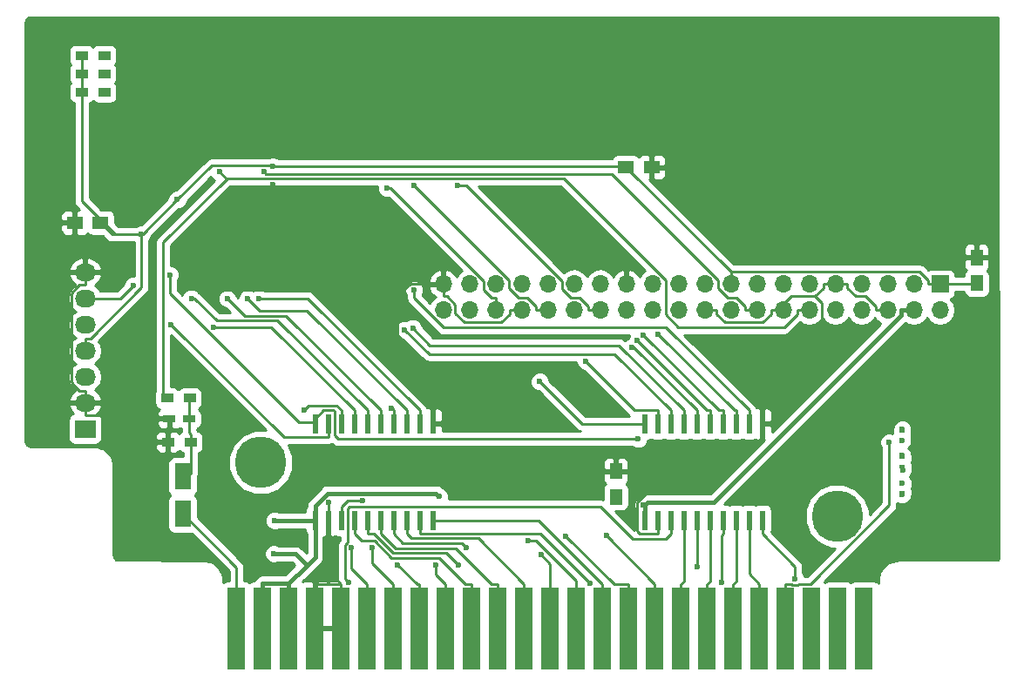
<source format=gbl>
G04 #@! TF.FileFunction,Copper,L2,Bot,Mixed*
%FSLAX46Y46*%
G04 Gerber Fmt 4.6, Leading zero omitted, Abs format (unit mm)*
G04 Created by KiCad (PCBNEW 4.0.7) date 03/28/18 13:44:51*
%MOMM*%
%LPD*%
G01*
G04 APERTURE LIST*
%ADD10C,0.100000*%
%ADD11C,5.000000*%
%ADD12R,1.800000X8.000000*%
%ADD13R,1.200000X0.750000*%
%ADD14R,1.600000X2.600000*%
%ADD15R,1.200000X0.900000*%
%ADD16R,0.600000X1.950000*%
%ADD17R,1.500000X1.250000*%
%ADD18R,1.250000X1.500000*%
%ADD19R,1.700000X1.700000*%
%ADD20O,1.700000X1.700000*%
%ADD21R,2.032000X1.727200*%
%ADD22O,2.032000X1.727200*%
%ADD23R,0.600000X0.400000*%
%ADD24C,0.600000*%
%ADD25C,0.250000*%
%ADD26C,0.400000*%
%ADD27C,0.254000*%
G04 APERTURE END LIST*
D10*
D11*
X185333640Y-98897440D03*
D12*
X187949840Y-109827440D03*
X185409840Y-109827440D03*
X182869840Y-109827440D03*
X180329840Y-109827440D03*
X177789840Y-109827440D03*
X175249840Y-109827440D03*
X172709840Y-109827440D03*
X170169840Y-109827440D03*
X167629840Y-109827440D03*
X165089840Y-109827440D03*
X162549840Y-109827440D03*
X160009840Y-109827440D03*
X157469840Y-109827440D03*
X154929840Y-109827440D03*
X152389840Y-109827440D03*
X149849840Y-109827440D03*
X147309840Y-109827440D03*
X144769840Y-109827440D03*
X142229840Y-109827440D03*
X139689840Y-109827440D03*
X137149840Y-109827440D03*
X134609840Y-109827440D03*
X132069840Y-109827440D03*
X129529840Y-109827440D03*
X126989840Y-109827440D03*
D11*
X129334260Y-93695520D03*
D13*
X122362000Y-89408000D03*
X120462000Y-89408000D03*
D14*
X121742200Y-95050200D03*
X121742200Y-98650200D03*
D15*
X111930000Y-54102000D03*
X114130000Y-54102000D03*
D16*
X166624000Y-89916000D03*
X167894000Y-89916000D03*
X169164000Y-89916000D03*
X170434000Y-89916000D03*
X171704000Y-89916000D03*
X172974000Y-89916000D03*
X174244000Y-89916000D03*
X175514000Y-89916000D03*
X176784000Y-89916000D03*
X178054000Y-89916000D03*
X178054000Y-99316000D03*
X176784000Y-99316000D03*
X175514000Y-99316000D03*
X174244000Y-99316000D03*
X172974000Y-99316000D03*
X171704000Y-99316000D03*
X170434000Y-99316000D03*
X169164000Y-99316000D03*
X167894000Y-99316000D03*
X166624000Y-99316000D03*
X134620000Y-89916000D03*
X135890000Y-89916000D03*
X137160000Y-89916000D03*
X138430000Y-89916000D03*
X139700000Y-89916000D03*
X140970000Y-89916000D03*
X142240000Y-89916000D03*
X143510000Y-89916000D03*
X144780000Y-89916000D03*
X146050000Y-89916000D03*
X146050000Y-99316000D03*
X144780000Y-99316000D03*
X143510000Y-99316000D03*
X142240000Y-99316000D03*
X140970000Y-99316000D03*
X139700000Y-99316000D03*
X138430000Y-99316000D03*
X137160000Y-99316000D03*
X135890000Y-99316000D03*
X134620000Y-99316000D03*
D15*
X111930000Y-55880000D03*
X114130000Y-55880000D03*
X111930000Y-57658000D03*
X114130000Y-57658000D03*
X122512000Y-91694000D03*
X120312000Y-91694000D03*
D17*
X113772000Y-70358000D03*
X111272000Y-70358000D03*
X164802500Y-64960500D03*
X167302500Y-64960500D03*
D18*
X198882000Y-76230800D03*
X198882000Y-73730800D03*
X163830000Y-97008000D03*
X163830000Y-94508000D03*
D19*
X195326000Y-76327000D03*
D20*
X195326000Y-78867000D03*
X192786000Y-76327000D03*
X192786000Y-78867000D03*
X190246000Y-76327000D03*
X190246000Y-78867000D03*
X187706000Y-76327000D03*
X187706000Y-78867000D03*
X185166000Y-76327000D03*
X185166000Y-78867000D03*
X182626000Y-76327000D03*
X182626000Y-78867000D03*
X180086000Y-76327000D03*
X180086000Y-78867000D03*
X177546000Y-76327000D03*
X177546000Y-78867000D03*
X175006000Y-76327000D03*
X175006000Y-78867000D03*
X172466000Y-76327000D03*
X172466000Y-78867000D03*
X169926000Y-76327000D03*
X169926000Y-78867000D03*
X167386000Y-76327000D03*
X167386000Y-78867000D03*
X164846000Y-76327000D03*
X164846000Y-78867000D03*
X162306000Y-76327000D03*
X162306000Y-78867000D03*
X159766000Y-76327000D03*
X159766000Y-78867000D03*
X157226000Y-76327000D03*
X157226000Y-78867000D03*
X154686000Y-76327000D03*
X154686000Y-78867000D03*
X152146000Y-76327000D03*
X152146000Y-78867000D03*
X149606000Y-76327000D03*
X149606000Y-78867000D03*
X147066000Y-76327000D03*
X147066000Y-78867000D03*
D21*
X112268000Y-90424000D03*
D22*
X112268000Y-87884000D03*
X112268000Y-85344000D03*
X112268000Y-82804000D03*
X112268000Y-80264000D03*
X112268000Y-77724000D03*
X112268000Y-75184000D03*
D23*
X191668400Y-96614400D03*
X191668400Y-95714400D03*
X191643000Y-91509000D03*
X191643000Y-90609000D03*
X191668400Y-94074400D03*
X191668400Y-93174400D03*
D15*
X122435800Y-87426800D03*
X120235800Y-87426800D03*
D24*
X169014750Y-94465750D03*
X193357500Y-87249000D03*
X135869300Y-72952500D03*
X133181600Y-70297800D03*
X135952800Y-97518900D03*
X124260700Y-77681800D03*
X130745700Y-76909000D03*
X130505900Y-66678000D03*
X130606800Y-102539800D03*
X130657600Y-99314000D03*
X163830000Y-97008000D03*
X166524200Y-97840600D03*
X146685000Y-96981700D03*
X148444300Y-66702300D03*
X191643000Y-91509000D03*
X190401900Y-91719400D03*
X191693800Y-94386400D03*
X191661000Y-96799400D03*
X174077000Y-105357900D03*
X171698100Y-103805400D03*
X162905500Y-100777800D03*
X158979800Y-100827400D03*
X161300300Y-105458600D03*
X155293000Y-101249300D03*
X156600700Y-102657400D03*
X141991900Y-88437700D03*
X149298700Y-101945900D03*
X148529800Y-103669000D03*
X139264100Y-97379300D03*
X146377300Y-103608000D03*
X142649500Y-103607200D03*
X140167200Y-101977500D03*
X138155600Y-101968900D03*
X137835800Y-105318100D03*
X121232700Y-68119700D03*
X130524500Y-64867800D03*
X117761100Y-71498400D03*
X144196800Y-66702300D03*
X181244300Y-104998400D03*
X125321000Y-65413500D03*
X129635400Y-65420900D03*
X141570500Y-66963100D03*
X165932600Y-81846300D03*
X160900200Y-83842400D03*
X143294600Y-80760600D03*
X165408800Y-82454300D03*
X166485500Y-81267300D03*
X120618000Y-80260400D03*
X133522000Y-88591500D03*
X124746000Y-80505300D03*
X122604500Y-77717200D03*
X126084700Y-77735700D03*
X116963900Y-76445100D03*
X128043600Y-77723900D03*
X129128900Y-77716500D03*
X167947000Y-81207400D03*
X144233300Y-76889900D03*
X144096100Y-80603000D03*
X191661000Y-90449400D03*
X191661000Y-92989400D03*
X191668400Y-95714400D03*
X156441600Y-85813100D03*
X120473900Y-75417000D03*
X166016900Y-91406600D03*
X114130000Y-57658000D03*
X114160000Y-55880000D03*
X114130000Y-54102000D03*
D25*
X178054000Y-89916000D02*
X178054000Y-91313000D01*
X177419000Y-91948000D02*
X171532500Y-91948000D01*
X178054000Y-91313000D02*
X177419000Y-91948000D01*
X171532500Y-91948000D02*
X169014750Y-94465750D01*
X120462000Y-89408000D02*
X120462000Y-90108300D01*
X135890000Y-99316000D02*
X135890000Y-100616300D01*
X119201600Y-89072900D02*
X119536700Y-89408000D01*
X112268000Y-89072900D02*
X119201600Y-89072900D01*
X111747900Y-86695100D02*
X112268000Y-86695100D01*
X110922000Y-85869200D02*
X111747900Y-86695100D01*
X110922000Y-77198800D02*
X110922000Y-85869200D01*
X111747900Y-76372900D02*
X110922000Y-77198800D01*
X112268000Y-76372900D02*
X111747900Y-76372900D01*
X112268000Y-75184000D02*
X112268000Y-76372900D01*
X112268000Y-87884000D02*
X112268000Y-89072900D01*
X112268000Y-87884000D02*
X112268000Y-86695100D01*
X120462000Y-89408000D02*
X119536700Y-89408000D01*
X178910700Y-79234400D02*
X178910700Y-78867000D01*
X178102800Y-80042300D02*
X178910700Y-79234400D01*
X180086000Y-78867000D02*
X179498400Y-78867000D01*
X179498400Y-78867000D02*
X178910700Y-78867000D01*
X179498400Y-78867000D02*
X180863100Y-77502300D01*
X135890000Y-99316000D02*
X135890000Y-98015700D01*
X135890000Y-97581700D02*
X135952800Y-97518900D01*
X135890000Y-98015700D02*
X135890000Y-97581700D01*
X135869300Y-72952500D02*
X133181600Y-72952500D01*
X140436400Y-77519600D02*
X135869300Y-72952500D01*
X142644100Y-77519600D02*
X140436400Y-77519600D01*
X143899200Y-76264500D02*
X142644100Y-77519600D01*
X145828200Y-76264500D02*
X143899200Y-76264500D01*
X145890700Y-76327000D02*
X145828200Y-76264500D01*
X147066000Y-76327000D02*
X145890700Y-76327000D01*
X147433400Y-77502300D02*
X147066000Y-77502300D01*
X148241300Y-78310200D02*
X147433400Y-77502300D01*
X148241300Y-79189000D02*
X148241300Y-78310200D01*
X149109400Y-80057100D02*
X148241300Y-79189000D01*
X152687900Y-80057100D02*
X149109400Y-80057100D01*
X153510700Y-79234300D02*
X152687900Y-80057100D01*
X153510700Y-78867000D02*
X153510700Y-79234300D01*
X154686000Y-78867000D02*
X153510700Y-78867000D01*
X147066000Y-76327000D02*
X147066000Y-77502300D01*
X146050000Y-84714900D02*
X146050000Y-89916000D01*
X142644100Y-81309000D02*
X146050000Y-84714900D01*
X142644100Y-77519600D02*
X142644100Y-81309000D01*
X125033500Y-76909000D02*
X130745700Y-76909000D01*
X124260700Y-77681800D02*
X125033500Y-76909000D01*
X133181600Y-74473100D02*
X133181600Y-72952500D01*
X130745700Y-76909000D02*
X133181600Y-74473100D01*
X133181600Y-72952500D02*
X133181600Y-70297800D01*
X130505900Y-67622100D02*
X130505900Y-66678000D01*
X133181600Y-70297800D02*
X130505900Y-67622100D01*
X135890000Y-100616300D02*
X135890000Y-104242300D01*
X167894000Y-99316000D02*
X167894000Y-100616300D01*
X166167000Y-100616300D02*
X167894000Y-100616300D01*
X165898900Y-100348200D02*
X166167000Y-100616300D01*
X137149800Y-109827400D02*
X137149800Y-105502100D01*
X135890000Y-104242300D02*
X137149800Y-105502100D01*
X134609800Y-105502100D02*
X137149800Y-105502100D01*
X134609800Y-109827400D02*
X134609800Y-105502100D01*
X120312000Y-90258300D02*
X120462000Y-90108300D01*
X186341300Y-76694400D02*
X186341300Y-76327000D01*
X185166000Y-76327000D02*
X186341300Y-76327000D01*
X185166000Y-76327000D02*
X183990700Y-76327000D01*
X178054000Y-89916000D02*
X178054000Y-88615700D01*
X183864100Y-82805600D02*
X178054000Y-88615700D01*
X183864100Y-78183600D02*
X183864100Y-82805600D01*
X183182800Y-77502300D02*
X183864100Y-78183600D01*
X180863100Y-77502300D02*
X183182800Y-77502300D01*
X183990700Y-76694400D02*
X183990700Y-76327000D01*
X183182800Y-77502300D02*
X183990700Y-76694400D01*
X169014750Y-94465750D02*
X165898900Y-97581600D01*
X165898900Y-97581600D02*
X165898900Y-100348200D01*
X187149200Y-77502300D02*
X186341300Y-76694400D01*
X188073400Y-77502300D02*
X187149200Y-77502300D01*
X174449300Y-80042300D02*
X178102800Y-80042300D01*
X173641300Y-79234300D02*
X174449300Y-80042300D01*
X173641300Y-78867000D02*
X173641300Y-79234300D01*
X172466000Y-78867000D02*
X173641300Y-78867000D01*
X189070700Y-78499600D02*
X188073400Y-77502300D01*
X189070700Y-78867000D02*
X189070700Y-78499600D01*
X190246000Y-78867000D02*
X189070700Y-78867000D01*
X120312000Y-91694000D02*
X120312000Y-90258300D01*
D26*
X166524200Y-97840600D02*
X166573400Y-97840600D01*
X166878000Y-97536000D02*
X173364300Y-97536000D01*
X166573400Y-97840600D02*
X166878000Y-97536000D01*
X132715000Y-102590600D02*
X130657600Y-102590600D01*
X133683650Y-103559250D02*
X132715000Y-102590600D01*
X133683650Y-103813250D02*
X133683650Y-103559250D01*
X130657600Y-102590600D02*
X130606800Y-102539800D01*
X134620000Y-99316000D02*
X130659600Y-99316000D01*
X130659600Y-99316000D02*
X130657600Y-99314000D01*
X134620000Y-99316000D02*
X132586000Y-99316000D01*
X166624000Y-99316000D02*
X166624000Y-97940700D01*
X191535700Y-79364600D02*
X173364300Y-97536000D01*
X192786000Y-78867000D02*
X191535700Y-78867000D01*
X191535700Y-78867000D02*
X191535700Y-79364600D01*
X166624000Y-97940400D02*
X166524200Y-97840600D01*
X166624000Y-97940700D02*
X166624000Y-97940400D01*
X134620000Y-99316000D02*
X134620000Y-97940700D01*
X134620000Y-97861400D02*
X134620000Y-97940700D01*
X135813400Y-96668000D02*
X134620000Y-97861400D01*
X146371300Y-96668000D02*
X135813400Y-96668000D01*
X146685000Y-96981700D02*
X146371300Y-96668000D01*
X134620000Y-99316000D02*
X134620000Y-100691300D01*
X132069800Y-109827400D02*
X132069800Y-105427100D01*
X134620000Y-102876900D02*
X134620000Y-100691300D01*
X132069800Y-105427100D02*
X133683650Y-103813250D01*
X133683650Y-103813250D02*
X134620000Y-102876900D01*
X129529800Y-105427100D02*
X132069800Y-105427100D01*
X129529800Y-109827400D02*
X129529800Y-105427100D01*
D25*
X162306000Y-78867000D02*
X161130700Y-78867000D01*
X149263600Y-66702300D02*
X148444300Y-66702300D01*
X158590600Y-76029300D02*
X149263600Y-66702300D01*
X158590600Y-76816400D02*
X158590600Y-76029300D01*
X159465900Y-77691700D02*
X158590600Y-76816400D01*
X160322800Y-77691700D02*
X159465900Y-77691700D01*
X161130700Y-78499600D02*
X160322800Y-77691700D01*
X161130700Y-78867000D02*
X161130700Y-78499600D01*
X190401900Y-97846100D02*
X190401900Y-91719400D01*
X180329800Y-109827400D02*
X180329800Y-105502100D01*
X180985300Y-105623700D02*
X181503400Y-105623700D01*
X180863700Y-105502100D02*
X180985300Y-105623700D01*
X180329800Y-105502100D02*
X180863700Y-105502100D01*
X181503400Y-105623700D02*
X181625000Y-105502100D01*
X182745900Y-105502100D02*
X190401900Y-97846100D01*
X181625000Y-105502100D02*
X182745900Y-105502100D01*
X191668400Y-94074400D02*
X191668400Y-94361000D01*
X191668400Y-94361000D02*
X191693800Y-94386400D01*
X191661000Y-96799400D02*
X191668400Y-96792000D01*
X191668400Y-96792000D02*
X191668400Y-96614400D01*
X175514000Y-105237900D02*
X175249800Y-105502100D01*
X175514000Y-99316000D02*
X175514000Y-105237900D01*
X175249800Y-109827400D02*
X175249800Y-105502100D01*
X174244000Y-99316000D02*
X174244000Y-100616300D01*
X174077000Y-100783300D02*
X174077000Y-105357900D01*
X174244000Y-100616300D02*
X174077000Y-100783300D01*
X172974000Y-105237900D02*
X172709800Y-105502100D01*
X172974000Y-99316000D02*
X172974000Y-105237900D01*
X172709800Y-109827400D02*
X172709800Y-105502100D01*
X171698100Y-100622200D02*
X171698100Y-103805400D01*
X171704000Y-100616300D02*
X171698100Y-100622200D01*
X171704000Y-99316000D02*
X171704000Y-100616300D01*
X170434000Y-105237900D02*
X170169800Y-105502100D01*
X170434000Y-99316000D02*
X170434000Y-105237900D01*
X170169800Y-109827400D02*
X170169800Y-105502100D01*
X167629800Y-109827400D02*
X167629800Y-105502100D01*
X167629800Y-105502100D02*
X162905500Y-100777800D01*
X163654500Y-105502100D02*
X158979800Y-100827400D01*
X165089800Y-109827400D02*
X165089800Y-105502100D01*
X165089800Y-105502100D02*
X163654500Y-105502100D01*
X146050000Y-99316000D02*
X156363700Y-99316000D01*
X156363700Y-99316000D02*
X162549800Y-105502100D01*
X162549800Y-109827400D02*
X162549800Y-105502100D01*
X156458000Y-100616300D02*
X161300300Y-105458600D01*
X144780000Y-99316000D02*
X144780000Y-100616300D01*
X144780000Y-100616300D02*
X156458000Y-100616300D01*
X160009800Y-105172300D02*
X160009800Y-109827400D01*
X156086800Y-101249300D02*
X160009800Y-105172300D01*
X155293000Y-101249300D02*
X156086800Y-101249300D01*
X157469800Y-109827400D02*
X157469800Y-105502100D01*
X157469800Y-103526500D02*
X156600700Y-102657400D01*
X157469800Y-105502100D02*
X157469800Y-103526500D01*
X142240000Y-89916000D02*
X142240000Y-88615700D01*
X142062000Y-88437700D02*
X141991900Y-88437700D01*
X142240000Y-88615700D02*
X142062000Y-88437700D01*
X143510000Y-99316000D02*
X143510000Y-100616300D01*
X154929800Y-109827400D02*
X154929800Y-105502100D01*
X150494300Y-101066600D02*
X154929800Y-105502100D01*
X143960300Y-101066600D02*
X150494300Y-101066600D01*
X143510000Y-100616300D02*
X143960300Y-101066600D01*
X148869800Y-101517000D02*
X149298700Y-101945900D01*
X143140700Y-101517000D02*
X148869800Y-101517000D01*
X142240000Y-100616300D02*
X143140700Y-101517000D01*
X142240000Y-99316000D02*
X142240000Y-100616300D01*
X140970000Y-99316000D02*
X140970000Y-100616300D01*
X152389800Y-109827400D02*
X152389800Y-105502100D01*
X151752900Y-105502100D02*
X152389800Y-105502100D01*
X148305900Y-102055100D02*
X151752900Y-105502100D01*
X142408800Y-102055100D02*
X148305900Y-102055100D01*
X140970000Y-100616300D02*
X142408800Y-102055100D01*
X148529800Y-103669000D02*
X147366300Y-102505500D01*
X147366300Y-102505500D02*
X142216500Y-102505500D01*
X139700000Y-99316000D02*
X139700000Y-100616300D01*
X140327300Y-100616300D02*
X139700000Y-100616300D01*
X142216500Y-102505500D02*
X140327300Y-100616300D01*
X138430000Y-99316000D02*
X138430000Y-100616300D01*
X149849800Y-109827400D02*
X149849800Y-105502100D01*
X149849800Y-105502100D02*
X149228800Y-105502100D01*
X149228800Y-105502100D02*
X146682600Y-102955900D01*
X146682600Y-102955900D02*
X142030000Y-102955900D01*
X139126800Y-101313100D02*
X138430000Y-100616300D01*
X140387200Y-101313100D02*
X139126800Y-101313100D01*
X142030000Y-102955900D02*
X140387200Y-101313100D01*
X137796400Y-97379300D02*
X139264100Y-97379300D01*
X137160000Y-98015700D02*
X137796400Y-97379300D01*
X137160000Y-99316000D02*
X137160000Y-98015700D01*
X147309800Y-109827400D02*
X147309800Y-105502100D01*
X146377300Y-104569600D02*
X146377300Y-103608000D01*
X147309800Y-105502100D02*
X146377300Y-104569600D01*
X144769800Y-109827400D02*
X144769800Y-105502100D01*
X144769800Y-105502100D02*
X144544400Y-105502100D01*
X144544400Y-105502100D02*
X142649500Y-103607200D01*
X142229800Y-109827400D02*
X142229800Y-105502100D01*
X140167200Y-103439500D02*
X140167200Y-101977500D01*
X142229800Y-105502100D02*
X140167200Y-103439500D01*
X138155600Y-101968900D02*
X138155600Y-103967900D01*
X138155600Y-103967900D02*
X139689800Y-105502100D01*
X139689800Y-109827400D02*
X139689800Y-105502100D01*
X165452800Y-101115500D02*
X162352900Y-98015600D01*
X168664800Y-101115500D02*
X165452800Y-101115500D01*
X162352900Y-98015600D02*
X137952200Y-98015600D01*
X169164000Y-100616300D02*
X168664800Y-101115500D01*
X137952200Y-98015600D02*
X137790900Y-98176900D01*
X169164000Y-99316000D02*
X169164000Y-100616300D01*
X137530300Y-105012600D02*
X137835800Y-105318100D01*
X137530300Y-101709900D02*
X137530300Y-105012600D01*
X137790900Y-101449300D02*
X137530300Y-101709900D01*
X137790900Y-98176900D02*
X137790900Y-101449300D01*
X195326000Y-76327000D02*
X198785800Y-76327000D01*
X198785800Y-76327000D02*
X198882000Y-76230800D01*
X117761100Y-71498400D02*
X114912400Y-71498400D01*
X114912400Y-71498400D02*
X113772000Y-70358000D01*
X112268000Y-82804000D02*
X112268000Y-81615100D01*
X112788100Y-81615100D02*
X112268000Y-81615100D01*
X117761100Y-76642100D02*
X112788100Y-81615100D01*
X130435700Y-64779000D02*
X124573400Y-64779000D01*
X130524500Y-64867800D02*
X130435700Y-64779000D01*
X164722100Y-64867800D02*
X130524500Y-64867800D01*
X117761100Y-71498400D02*
X115186400Y-71498400D01*
X115186400Y-71498400D02*
X111930000Y-68242000D01*
X117854000Y-71498400D02*
X117761100Y-71498400D01*
X121232700Y-68119700D02*
X117854000Y-71498400D01*
X117761100Y-71498400D02*
X117761100Y-76642100D01*
X124573400Y-64779000D02*
X121232700Y-68119700D01*
X175006000Y-76327000D02*
X175006000Y-75151700D01*
X175006000Y-75151700D02*
X193342700Y-75151700D01*
X175006000Y-75151700D02*
X164722100Y-64867800D01*
X193342700Y-75151700D02*
X194150700Y-75959700D01*
X194150700Y-75959700D02*
X194150700Y-76327000D01*
X195326000Y-76327000D02*
X194150700Y-76327000D01*
X111930000Y-68242000D02*
X111930000Y-57658000D01*
X111930000Y-57658000D02*
X111930000Y-55880000D01*
X111930000Y-55880000D02*
X111930000Y-54102000D01*
X157226000Y-78867000D02*
X156050700Y-78867000D01*
X153416000Y-75921500D02*
X144196800Y-66702300D01*
X153416000Y-76758000D02*
X153416000Y-75921500D01*
X154349700Y-77691700D02*
X153416000Y-76758000D01*
X155242800Y-77691700D02*
X154349700Y-77691700D01*
X156050700Y-78499600D02*
X155242800Y-77691700D01*
X156050700Y-78867000D02*
X156050700Y-78499600D01*
X178054000Y-100616300D02*
X181244300Y-103806600D01*
X178054000Y-99316000D02*
X178054000Y-100616300D01*
X181244300Y-103806600D02*
X181244300Y-104998400D01*
X176784000Y-104496300D02*
X177789800Y-105502100D01*
X177789800Y-109827400D02*
X177789800Y-105502100D01*
X176784000Y-99316000D02*
X176784000Y-104496300D01*
X119848600Y-86182200D02*
X119848600Y-87039600D01*
X119848600Y-87039600D02*
X120235800Y-87426800D01*
X182626000Y-78867000D02*
X181450700Y-78867000D01*
X181450700Y-78867000D02*
X181450700Y-79234300D01*
X126010800Y-66103300D02*
X125321000Y-65413500D01*
X181450700Y-79234300D02*
X180184900Y-80500100D01*
X126010800Y-66103300D02*
X119848600Y-72265500D01*
X126061400Y-66052700D02*
X126010800Y-66103300D01*
X158786900Y-66052700D02*
X126061400Y-66052700D01*
X168656000Y-75921800D02*
X158786900Y-66052700D01*
X168656000Y-79259300D02*
X168656000Y-75921800D01*
X169896800Y-80500100D02*
X168656000Y-79259300D01*
X180184900Y-80500100D02*
X169896800Y-80500100D01*
X119848600Y-72265500D02*
X119848600Y-86182200D01*
X119848600Y-86182200D02*
X119848600Y-86194300D01*
X129816900Y-65602400D02*
X129635400Y-65420900D01*
X163406700Y-65602400D02*
X129816900Y-65602400D01*
X173736000Y-75931700D02*
X163406700Y-65602400D01*
X173736000Y-76758000D02*
X173736000Y-75931700D01*
X177546000Y-78867000D02*
X176370700Y-78867000D01*
X174669700Y-77691700D02*
X173736000Y-76758000D01*
X175562800Y-77691700D02*
X174669700Y-77691700D01*
X176370700Y-78499600D02*
X175562800Y-77691700D01*
X176370700Y-78867000D02*
X176370700Y-78499600D01*
X152146000Y-78867000D02*
X152146000Y-77691700D01*
X141923400Y-66963100D02*
X141570500Y-66963100D01*
X150970700Y-76010400D02*
X141923400Y-66963100D01*
X150970700Y-76883800D02*
X150970700Y-76010400D01*
X151778600Y-77691700D02*
X150970700Y-76883800D01*
X152146000Y-77691700D02*
X151778600Y-77691700D01*
X126989840Y-109827440D02*
X126989840Y-103897840D01*
X126989840Y-103897840D02*
X121742200Y-98650200D01*
X172974000Y-89916000D02*
X172974000Y-88615700D01*
X172702000Y-88615700D02*
X165932600Y-81846300D01*
X172974000Y-88615700D02*
X172702000Y-88615700D01*
X167894000Y-89916000D02*
X167894000Y-88615700D01*
X165673500Y-88615700D02*
X160900200Y-83842400D01*
X167894000Y-88615700D02*
X165673500Y-88615700D01*
X145702700Y-83168700D02*
X143294600Y-80760600D01*
X163717000Y-83168700D02*
X145702700Y-83168700D01*
X169164000Y-88615700D02*
X163717000Y-83168700D01*
X169164000Y-89916000D02*
X169164000Y-88615700D01*
X171704000Y-89916000D02*
X171704000Y-88615700D01*
X165542600Y-82454300D02*
X165408800Y-82454300D01*
X171704000Y-88615700D02*
X165542600Y-82454300D01*
X174244000Y-89916000D02*
X174244000Y-88615700D01*
X173833900Y-88615700D02*
X166485500Y-81267300D01*
X174244000Y-88615700D02*
X173833900Y-88615700D01*
X135890000Y-89916000D02*
X135890000Y-91216300D01*
X131573900Y-91216300D02*
X135890000Y-91216300D01*
X120618000Y-80260400D02*
X131573900Y-91216300D01*
X137160000Y-89916000D02*
X137160000Y-88615700D01*
X133948200Y-88165300D02*
X133522000Y-88591500D01*
X136709600Y-88165300D02*
X133948200Y-88165300D01*
X137160000Y-88615700D02*
X136709600Y-88165300D01*
X138430000Y-89916000D02*
X138430000Y-88615700D01*
X130319600Y-80505300D02*
X138430000Y-88615700D01*
X124746000Y-80505300D02*
X130319600Y-80505300D01*
X139700000Y-89916000D02*
X139700000Y-88615700D01*
X130968000Y-79883700D02*
X139700000Y-88615700D01*
X125048000Y-79883700D02*
X130968000Y-79883700D01*
X122881500Y-77717200D02*
X125048000Y-79883700D01*
X122604500Y-77717200D02*
X122881500Y-77717200D01*
X127782300Y-79433300D02*
X126084700Y-77735700D01*
X131787600Y-79433300D02*
X127782300Y-79433300D01*
X140970000Y-88615700D02*
X131787600Y-79433300D01*
X140970000Y-89916000D02*
X140970000Y-88615700D01*
X115685000Y-77724000D02*
X116963900Y-76445100D01*
X112268000Y-77724000D02*
X115685000Y-77724000D01*
X143510000Y-89916000D02*
X143510000Y-88615700D01*
X133785500Y-78891200D02*
X143510000Y-88615700D01*
X129210900Y-78891200D02*
X133785500Y-78891200D01*
X128043600Y-77723900D02*
X129210900Y-78891200D01*
X144780000Y-89916000D02*
X144780000Y-88615700D01*
X133880800Y-77716500D02*
X129128900Y-77716500D01*
X144780000Y-88615700D02*
X133880800Y-77716500D01*
X175355300Y-88615700D02*
X167947000Y-81207400D01*
X175514000Y-88615700D02*
X175355300Y-88615700D01*
X175514000Y-89916000D02*
X175514000Y-88615700D01*
X176784000Y-89916000D02*
X176784000Y-88615700D01*
X144233300Y-77696500D02*
X144233300Y-76889900D01*
X147095900Y-80559100D02*
X144233300Y-77696500D01*
X168727400Y-80559100D02*
X147095900Y-80559100D01*
X176784000Y-88615700D02*
X168727400Y-80559100D01*
X170434000Y-89916000D02*
X170434000Y-88615700D01*
X145781300Y-82288200D02*
X144096100Y-80603000D01*
X164106500Y-82288200D02*
X145781300Y-82288200D01*
X170434000Y-88615700D02*
X164106500Y-82288200D01*
X191661000Y-90449400D02*
X191643000Y-90467400D01*
X191643000Y-90467400D02*
X191643000Y-90609000D01*
X191661000Y-92989400D02*
X191668400Y-92996800D01*
X191668400Y-92996800D02*
X191668400Y-93174400D01*
X160544500Y-89916000D02*
X156441600Y-85813100D01*
X166624000Y-89916000D02*
X160544500Y-89916000D01*
X134620000Y-89916000D02*
X134620000Y-89799100D01*
X120473900Y-77202100D02*
X120473900Y-75417000D01*
X133070900Y-89799100D02*
X120473900Y-77202100D01*
X134620000Y-89799100D02*
X133070900Y-89799100D01*
X134620000Y-89450900D02*
X134620000Y-89799100D01*
X135455200Y-88615700D02*
X134620000Y-89450900D01*
X136395600Y-88615700D02*
X135455200Y-88615700D01*
X136525000Y-88745100D02*
X136395600Y-88615700D01*
X136525000Y-91047600D02*
X136525000Y-88745100D01*
X136884000Y-91406600D02*
X136525000Y-91047600D01*
X166016900Y-91406600D02*
X136884000Y-91406600D01*
X114160000Y-55880000D02*
X114130000Y-55880000D01*
X122512000Y-91694000D02*
X122512000Y-94280400D01*
X122512000Y-94280400D02*
X121742200Y-95050200D01*
X122512000Y-94280400D02*
X121742200Y-95050200D01*
X122362000Y-89408000D02*
X122362000Y-87500600D01*
X122362000Y-87500600D02*
X122435800Y-87426800D01*
X122362000Y-89408000D02*
X122362000Y-88707700D01*
X122512000Y-91694000D02*
X122512000Y-94749300D01*
X122512000Y-91694000D02*
X122512000Y-90918700D01*
X122362000Y-90768700D02*
X122512000Y-90918700D01*
X122362000Y-89408000D02*
X122362000Y-90768700D01*
D27*
G36*
X136017000Y-99189000D02*
X136037000Y-99189000D01*
X136037000Y-99443000D01*
X136017000Y-99443000D01*
X136017000Y-100767250D01*
X136175750Y-100926000D01*
X136316310Y-100926000D01*
X136533122Y-100836194D01*
X136608110Y-100887431D01*
X136860000Y-100938440D01*
X137030900Y-100938440D01*
X137030900Y-101134498D01*
X136992899Y-101172499D01*
X136828152Y-101419061D01*
X136770300Y-101709900D01*
X136770300Y-105012600D01*
X136806073Y-105192440D01*
X136123531Y-105192440D01*
X135890142Y-105289113D01*
X135879840Y-105299415D01*
X135869538Y-105289113D01*
X135636149Y-105192440D01*
X134895590Y-105192440D01*
X134736840Y-105351190D01*
X134736840Y-109700440D01*
X137022840Y-109700440D01*
X137022840Y-109680440D01*
X137276840Y-109680440D01*
X137276840Y-109700440D01*
X137296840Y-109700440D01*
X137296840Y-109954440D01*
X137276840Y-109954440D01*
X137276840Y-109974440D01*
X137022840Y-109974440D01*
X137022840Y-109954440D01*
X134736840Y-109954440D01*
X134736840Y-109974440D01*
X134482840Y-109974440D01*
X134482840Y-109954440D01*
X134462840Y-109954440D01*
X134462840Y-109700440D01*
X134482840Y-109700440D01*
X134482840Y-105351190D01*
X134324090Y-105192440D01*
X133583531Y-105192440D01*
X133415888Y-105261880D01*
X135210434Y-103467334D01*
X135241794Y-103420401D01*
X135391439Y-103196441D01*
X135455000Y-102876900D01*
X135455000Y-100922400D01*
X135463690Y-100926000D01*
X135604250Y-100926000D01*
X135763000Y-100767250D01*
X135763000Y-99443000D01*
X135743000Y-99443000D01*
X135743000Y-99189000D01*
X135763000Y-99189000D01*
X135763000Y-99169000D01*
X136017000Y-99169000D01*
X136017000Y-99189000D01*
X136017000Y-99189000D01*
G37*
X136017000Y-99189000D02*
X136037000Y-99189000D01*
X136037000Y-99443000D01*
X136017000Y-99443000D01*
X136017000Y-100767250D01*
X136175750Y-100926000D01*
X136316310Y-100926000D01*
X136533122Y-100836194D01*
X136608110Y-100887431D01*
X136860000Y-100938440D01*
X137030900Y-100938440D01*
X137030900Y-101134498D01*
X136992899Y-101172499D01*
X136828152Y-101419061D01*
X136770300Y-101709900D01*
X136770300Y-105012600D01*
X136806073Y-105192440D01*
X136123531Y-105192440D01*
X135890142Y-105289113D01*
X135879840Y-105299415D01*
X135869538Y-105289113D01*
X135636149Y-105192440D01*
X134895590Y-105192440D01*
X134736840Y-105351190D01*
X134736840Y-109700440D01*
X137022840Y-109700440D01*
X137022840Y-109680440D01*
X137276840Y-109680440D01*
X137276840Y-109700440D01*
X137296840Y-109700440D01*
X137296840Y-109954440D01*
X137276840Y-109954440D01*
X137276840Y-109974440D01*
X137022840Y-109974440D01*
X137022840Y-109954440D01*
X134736840Y-109954440D01*
X134736840Y-109974440D01*
X134482840Y-109974440D01*
X134482840Y-109954440D01*
X134462840Y-109954440D01*
X134462840Y-109700440D01*
X134482840Y-109700440D01*
X134482840Y-105351190D01*
X134324090Y-105192440D01*
X133583531Y-105192440D01*
X133415888Y-105261880D01*
X135210434Y-103467334D01*
X135241794Y-103420401D01*
X135391439Y-103196441D01*
X135455000Y-102876900D01*
X135455000Y-100922400D01*
X135463690Y-100926000D01*
X135604250Y-100926000D01*
X135763000Y-100767250D01*
X135763000Y-99443000D01*
X135743000Y-99443000D01*
X135743000Y-99189000D01*
X135763000Y-99189000D01*
X135763000Y-99169000D01*
X136017000Y-99169000D01*
X136017000Y-99189000D01*
G36*
X200927514Y-50408860D02*
X201032361Y-103073406D01*
X200947377Y-103130189D01*
X200717073Y-103176000D01*
X191223900Y-103176000D01*
X191155313Y-103189643D01*
X191085385Y-103189643D01*
X190647978Y-103276649D01*
X190441829Y-103362039D01*
X190392038Y-103382663D01*
X190021222Y-103630433D01*
X189921317Y-103730339D01*
X189825333Y-103826323D01*
X189577562Y-104197138D01*
X189537791Y-104293155D01*
X189471548Y-104453079D01*
X189384543Y-104890485D01*
X189384543Y-104960413D01*
X189370900Y-105029000D01*
X189370900Y-105464533D01*
X189313930Y-105375999D01*
X189101730Y-105231009D01*
X188849840Y-105180000D01*
X187049840Y-105180000D01*
X186814523Y-105224278D01*
X186679263Y-105311316D01*
X186561730Y-105231009D01*
X186309840Y-105180000D01*
X184509840Y-105180000D01*
X184274523Y-105224278D01*
X184139263Y-105311316D01*
X184063353Y-105259449D01*
X190939301Y-98383501D01*
X191104048Y-98136939D01*
X191161900Y-97846100D01*
X191161900Y-97604559D01*
X191474201Y-97734238D01*
X191846167Y-97734562D01*
X192189943Y-97592517D01*
X192453192Y-97329727D01*
X192559096Y-97074684D01*
X192564831Y-97066290D01*
X192566973Y-97055714D01*
X192595838Y-96986199D01*
X192595902Y-96912857D01*
X192615840Y-96814400D01*
X192615840Y-96414400D01*
X192571562Y-96179083D01*
X192564058Y-96167421D01*
X192564831Y-96166290D01*
X192615840Y-95914400D01*
X192615840Y-95514400D01*
X192571562Y-95279083D01*
X192432490Y-95062959D01*
X192377288Y-95025241D01*
X192485992Y-94916727D01*
X192628638Y-94573199D01*
X192628962Y-94201233D01*
X192615840Y-94169475D01*
X192615840Y-93874400D01*
X192571562Y-93639083D01*
X192564058Y-93627421D01*
X192564831Y-93626290D01*
X192615840Y-93374400D01*
X192615840Y-92974400D01*
X192596105Y-92869518D01*
X192596162Y-92804233D01*
X192573501Y-92749390D01*
X192571562Y-92739083D01*
X192565081Y-92729012D01*
X192454117Y-92460457D01*
X192256110Y-92262104D01*
X192394441Y-92173090D01*
X192539431Y-91960890D01*
X192590440Y-91709000D01*
X192590440Y-91309000D01*
X192546162Y-91073683D01*
X192538658Y-91062021D01*
X192539431Y-91060890D01*
X192590440Y-90809000D01*
X192590440Y-90649199D01*
X192595838Y-90636199D01*
X192596162Y-90264233D01*
X192454117Y-89920457D01*
X192191327Y-89657208D01*
X191847799Y-89514562D01*
X191475833Y-89514238D01*
X191132057Y-89656283D01*
X190868808Y-89919073D01*
X190806213Y-90069819D01*
X190746569Y-90157110D01*
X190695560Y-90409000D01*
X190695560Y-90809000D01*
X190699629Y-90830624D01*
X190588699Y-90784562D01*
X190216733Y-90784238D01*
X189872957Y-90926283D01*
X189609708Y-91189073D01*
X189467062Y-91532601D01*
X189466738Y-91904567D01*
X189608783Y-92248343D01*
X189641900Y-92281518D01*
X189641900Y-97531298D01*
X188468809Y-98704389D01*
X188469183Y-98276586D01*
X187992913Y-97123925D01*
X187111793Y-96241266D01*
X185959966Y-95762986D01*
X184712786Y-95761897D01*
X183560125Y-96238167D01*
X182677466Y-97119287D01*
X182199186Y-98271114D01*
X182198097Y-99518294D01*
X182674367Y-100670955D01*
X183555487Y-101553614D01*
X184707314Y-102031894D01*
X185140925Y-102032273D01*
X182431098Y-104742100D01*
X182150071Y-104742100D01*
X182037417Y-104469457D01*
X182004300Y-104436282D01*
X182004300Y-103806600D01*
X181946448Y-103515761D01*
X181781701Y-103269199D01*
X178968107Y-100455605D01*
X179001440Y-100291000D01*
X179001440Y-98341000D01*
X178957162Y-98105683D01*
X178818090Y-97889559D01*
X178605890Y-97744569D01*
X178354000Y-97693560D01*
X177754000Y-97693560D01*
X177518683Y-97737838D01*
X177419472Y-97801678D01*
X177335890Y-97744569D01*
X177084000Y-97693560D01*
X176484000Y-97693560D01*
X176248683Y-97737838D01*
X176149472Y-97801678D01*
X176065890Y-97744569D01*
X175814000Y-97693560D01*
X175214000Y-97693560D01*
X174978683Y-97737838D01*
X174879472Y-97801678D01*
X174795890Y-97744569D01*
X174544000Y-97693560D01*
X174387608Y-97693560D01*
X191975174Y-80105994D01*
X192217715Y-80268054D01*
X192786000Y-80381093D01*
X193354285Y-80268054D01*
X193836054Y-79946147D01*
X194056000Y-79616974D01*
X194275946Y-79946147D01*
X194757715Y-80268054D01*
X195326000Y-80381093D01*
X195894285Y-80268054D01*
X196376054Y-79946147D01*
X196697961Y-79464378D01*
X196811000Y-78896093D01*
X196811000Y-78837907D01*
X196697961Y-78269622D01*
X196376054Y-77787853D01*
X196374821Y-77787029D01*
X196411317Y-77780162D01*
X196627441Y-77641090D01*
X196772431Y-77428890D01*
X196823440Y-77177000D01*
X196823440Y-77087000D01*
X197629543Y-77087000D01*
X197653838Y-77216117D01*
X197792910Y-77432241D01*
X198005110Y-77577231D01*
X198257000Y-77628240D01*
X199507000Y-77628240D01*
X199742317Y-77583962D01*
X199958441Y-77444890D01*
X200103431Y-77232690D01*
X200154440Y-76980800D01*
X200154440Y-75480800D01*
X200110162Y-75245483D01*
X199971090Y-75029359D01*
X199902994Y-74982831D01*
X200045327Y-74840498D01*
X200142000Y-74607109D01*
X200142000Y-74016550D01*
X199983250Y-73857800D01*
X199009000Y-73857800D01*
X199009000Y-73877800D01*
X198755000Y-73877800D01*
X198755000Y-73857800D01*
X197780750Y-73857800D01*
X197622000Y-74016550D01*
X197622000Y-74607109D01*
X197718673Y-74840498D01*
X197859910Y-74981736D01*
X197805559Y-75016710D01*
X197660569Y-75228910D01*
X197609560Y-75480800D01*
X197609560Y-75567000D01*
X196823440Y-75567000D01*
X196823440Y-75477000D01*
X196779162Y-75241683D01*
X196640090Y-75025559D01*
X196427890Y-74880569D01*
X196176000Y-74829560D01*
X194476000Y-74829560D01*
X194240683Y-74873838D01*
X194179202Y-74913400D01*
X193880101Y-74614299D01*
X193633539Y-74449552D01*
X193342700Y-74391700D01*
X175320802Y-74391700D01*
X173783593Y-72854491D01*
X197622000Y-72854491D01*
X197622000Y-73445050D01*
X197780750Y-73603800D01*
X198755000Y-73603800D01*
X198755000Y-72504550D01*
X199009000Y-72504550D01*
X199009000Y-73603800D01*
X199983250Y-73603800D01*
X200142000Y-73445050D01*
X200142000Y-72854491D01*
X200045327Y-72621102D01*
X199866699Y-72442473D01*
X199633310Y-72345800D01*
X199167750Y-72345800D01*
X199009000Y-72504550D01*
X198755000Y-72504550D01*
X198596250Y-72345800D01*
X198130690Y-72345800D01*
X197897301Y-72442473D01*
X197718673Y-72621102D01*
X197622000Y-72854491D01*
X173783593Y-72854491D01*
X167083176Y-66154074D01*
X167175500Y-66061750D01*
X167175500Y-65087500D01*
X167429500Y-65087500D01*
X167429500Y-66061750D01*
X167588250Y-66220500D01*
X168178809Y-66220500D01*
X168412198Y-66123827D01*
X168590827Y-65945199D01*
X168687500Y-65711810D01*
X168687500Y-65246250D01*
X168528750Y-65087500D01*
X167429500Y-65087500D01*
X167175500Y-65087500D01*
X167155500Y-65087500D01*
X167155500Y-64833500D01*
X167175500Y-64833500D01*
X167175500Y-63859250D01*
X167429500Y-63859250D01*
X167429500Y-64833500D01*
X168528750Y-64833500D01*
X168687500Y-64674750D01*
X168687500Y-64209190D01*
X168590827Y-63975801D01*
X168412198Y-63797173D01*
X168178809Y-63700500D01*
X167588250Y-63700500D01*
X167429500Y-63859250D01*
X167175500Y-63859250D01*
X167016750Y-63700500D01*
X166426191Y-63700500D01*
X166192802Y-63797173D01*
X166051564Y-63938410D01*
X166016590Y-63884059D01*
X165804390Y-63739069D01*
X165552500Y-63688060D01*
X164052500Y-63688060D01*
X163817183Y-63732338D01*
X163601059Y-63871410D01*
X163456069Y-64083610D01*
X163451170Y-64107800D01*
X131086963Y-64107800D01*
X131054827Y-64075608D01*
X130711299Y-63932962D01*
X130339333Y-63932638D01*
X130130320Y-64019000D01*
X124573400Y-64019000D01*
X124282560Y-64076852D01*
X124035999Y-64241599D01*
X121093020Y-67184578D01*
X121047533Y-67184538D01*
X120703757Y-67326583D01*
X120440508Y-67589373D01*
X120297862Y-67932901D01*
X120297821Y-67979777D01*
X117714240Y-70563358D01*
X117575933Y-70563238D01*
X117232157Y-70705283D01*
X117198982Y-70738400D01*
X115501202Y-70738400D01*
X115169440Y-70406638D01*
X115169440Y-69733000D01*
X115125162Y-69497683D01*
X114986090Y-69281559D01*
X114773890Y-69136569D01*
X114522000Y-69085560D01*
X113848362Y-69085560D01*
X112690000Y-67927198D01*
X112690000Y-58725334D01*
X112765317Y-58711162D01*
X112981441Y-58572090D01*
X113029134Y-58502289D01*
X113065910Y-58559441D01*
X113278110Y-58704431D01*
X113530000Y-58755440D01*
X114730000Y-58755440D01*
X114965317Y-58711162D01*
X115181441Y-58572090D01*
X115326431Y-58359890D01*
X115377440Y-58108000D01*
X115377440Y-57208000D01*
X115333162Y-56972683D01*
X115200393Y-56766353D01*
X115326431Y-56581890D01*
X115377440Y-56330000D01*
X115377440Y-55430000D01*
X115333162Y-55194683D01*
X115200393Y-54988353D01*
X115326431Y-54803890D01*
X115377440Y-54552000D01*
X115377440Y-53652000D01*
X115333162Y-53416683D01*
X115194090Y-53200559D01*
X114981890Y-53055569D01*
X114730000Y-53004560D01*
X113530000Y-53004560D01*
X113294683Y-53048838D01*
X113078559Y-53187910D01*
X113030866Y-53257711D01*
X112994090Y-53200559D01*
X112781890Y-53055569D01*
X112530000Y-53004560D01*
X111330000Y-53004560D01*
X111094683Y-53048838D01*
X110878559Y-53187910D01*
X110733569Y-53400110D01*
X110682560Y-53652000D01*
X110682560Y-54552000D01*
X110726838Y-54787317D01*
X110859607Y-54993647D01*
X110733569Y-55178110D01*
X110682560Y-55430000D01*
X110682560Y-56330000D01*
X110726838Y-56565317D01*
X110859607Y-56771647D01*
X110733569Y-56956110D01*
X110682560Y-57208000D01*
X110682560Y-58108000D01*
X110726838Y-58343317D01*
X110865910Y-58559441D01*
X111078110Y-58704431D01*
X111170000Y-58723039D01*
X111170000Y-68242000D01*
X111227852Y-68532839D01*
X111392599Y-68779401D01*
X111711198Y-69098000D01*
X111557750Y-69098000D01*
X111399000Y-69256750D01*
X111399000Y-70231000D01*
X111419000Y-70231000D01*
X111419000Y-70485000D01*
X111399000Y-70485000D01*
X111399000Y-71459250D01*
X111557750Y-71618000D01*
X112148309Y-71618000D01*
X112381698Y-71521327D01*
X112522936Y-71380090D01*
X112557910Y-71434441D01*
X112770110Y-71579431D01*
X113022000Y-71630440D01*
X113969638Y-71630440D01*
X114374999Y-72035801D01*
X114621561Y-72200548D01*
X114912400Y-72258400D01*
X117001100Y-72258400D01*
X117001100Y-75510132D01*
X116778733Y-75509938D01*
X116434957Y-75651983D01*
X116171708Y-75914773D01*
X116029062Y-76258301D01*
X116029021Y-76305177D01*
X115370198Y-76964000D01*
X113712648Y-76964000D01*
X113512415Y-76664330D01*
X113202931Y-76457539D01*
X113618732Y-76086036D01*
X113872709Y-75558791D01*
X113875358Y-75543026D01*
X113754217Y-75311000D01*
X112395000Y-75311000D01*
X112395000Y-75331000D01*
X112141000Y-75331000D01*
X112141000Y-75311000D01*
X110781783Y-75311000D01*
X110660642Y-75543026D01*
X110663291Y-75558791D01*
X110917268Y-76086036D01*
X111333069Y-76457539D01*
X111023585Y-76664330D01*
X110698729Y-77150511D01*
X110584655Y-77724000D01*
X110698729Y-78297489D01*
X111023585Y-78783670D01*
X111338366Y-78994000D01*
X111023585Y-79204330D01*
X110698729Y-79690511D01*
X110584655Y-80264000D01*
X110698729Y-80837489D01*
X111023585Y-81323670D01*
X111338366Y-81534000D01*
X111023585Y-81744330D01*
X110698729Y-82230511D01*
X110584655Y-82804000D01*
X110698729Y-83377489D01*
X111023585Y-83863670D01*
X111338366Y-84074000D01*
X111023585Y-84284330D01*
X110698729Y-84770511D01*
X110584655Y-85344000D01*
X110698729Y-85917489D01*
X111023585Y-86403670D01*
X111333069Y-86610461D01*
X110917268Y-86981964D01*
X110663291Y-87509209D01*
X110660642Y-87524974D01*
X110781783Y-87757000D01*
X112141000Y-87757000D01*
X112141000Y-87737000D01*
X112395000Y-87737000D01*
X112395000Y-87757000D01*
X113754217Y-87757000D01*
X113875358Y-87524974D01*
X113872709Y-87509209D01*
X113618732Y-86981964D01*
X113202931Y-86610461D01*
X113512415Y-86403670D01*
X113837271Y-85917489D01*
X113951345Y-85344000D01*
X113837271Y-84770511D01*
X113512415Y-84284330D01*
X113197634Y-84074000D01*
X113512415Y-83863670D01*
X113837271Y-83377489D01*
X113951345Y-82804000D01*
X113837271Y-82230511D01*
X113601038Y-81876964D01*
X118298501Y-77179501D01*
X118463248Y-76932939D01*
X118521100Y-76642100D01*
X118521100Y-72060863D01*
X118553292Y-72028727D01*
X118663227Y-71763975D01*
X121372380Y-69054822D01*
X121417867Y-69054862D01*
X121761643Y-68912817D01*
X122024892Y-68650027D01*
X122167538Y-68306499D01*
X122167579Y-68259623D01*
X124515274Y-65911928D01*
X124527883Y-65942443D01*
X124790673Y-66205692D01*
X124821009Y-66218289D01*
X119311199Y-71728099D01*
X119146452Y-71974661D01*
X119088600Y-72265500D01*
X119088600Y-86652858D01*
X119039369Y-86724910D01*
X118988360Y-86976800D01*
X118988360Y-87876800D01*
X119032638Y-88112117D01*
X119171710Y-88328241D01*
X119383910Y-88473231D01*
X119500196Y-88496779D01*
X119323673Y-88673301D01*
X119227000Y-88906690D01*
X119227000Y-89122250D01*
X119385750Y-89281000D01*
X120335000Y-89281000D01*
X120335000Y-89261000D01*
X120589000Y-89261000D01*
X120589000Y-89281000D01*
X120609000Y-89281000D01*
X120609000Y-89535000D01*
X120589000Y-89535000D01*
X120589000Y-90259250D01*
X120747750Y-90418000D01*
X121188309Y-90418000D01*
X121421698Y-90321327D01*
X121423068Y-90319957D01*
X121510110Y-90379431D01*
X121602000Y-90398039D01*
X121602000Y-90688895D01*
X121460559Y-90779910D01*
X121414031Y-90848006D01*
X121271698Y-90705673D01*
X121038309Y-90609000D01*
X120597750Y-90609000D01*
X120439000Y-90767750D01*
X120439000Y-91567000D01*
X120459000Y-91567000D01*
X120459000Y-91821000D01*
X120439000Y-91821000D01*
X120439000Y-92620250D01*
X120597750Y-92779000D01*
X121038309Y-92779000D01*
X121271698Y-92682327D01*
X121412936Y-92541090D01*
X121447910Y-92595441D01*
X121660110Y-92740431D01*
X121752000Y-92759039D01*
X121752000Y-93102760D01*
X120942200Y-93102760D01*
X120706883Y-93147038D01*
X120490759Y-93286110D01*
X120345769Y-93498310D01*
X120294760Y-93750200D01*
X120294760Y-96350200D01*
X120339038Y-96585517D01*
X120478110Y-96801641D01*
X120547911Y-96849334D01*
X120490759Y-96886110D01*
X120345769Y-97098310D01*
X120294760Y-97350200D01*
X120294760Y-99950200D01*
X120339038Y-100185517D01*
X120478110Y-100401641D01*
X120690310Y-100546631D01*
X120942200Y-100597640D01*
X122542200Y-100597640D01*
X122603335Y-100586137D01*
X126229840Y-104212642D01*
X126229840Y-105180000D01*
X126089840Y-105180000D01*
X125854523Y-105224278D01*
X125652600Y-105354212D01*
X125652600Y-105041700D01*
X125638957Y-104973113D01*
X125638957Y-104903185D01*
X125551951Y-104465778D01*
X125445937Y-104209838D01*
X125198167Y-103839022D01*
X125002278Y-103643134D01*
X125002277Y-103643133D01*
X124631462Y-103395362D01*
X124478472Y-103331992D01*
X124375521Y-103289348D01*
X123938115Y-103202343D01*
X123868721Y-103202343D01*
X123800679Y-103188701D01*
X115513466Y-103176106D01*
X115282622Y-103130189D01*
X115146658Y-103039341D01*
X115055811Y-102903377D01*
X115010000Y-102673073D01*
X115010000Y-93980000D01*
X114996357Y-93911413D01*
X114996357Y-93841485D01*
X114909351Y-93404078D01*
X114803337Y-93148138D01*
X114555567Y-92777322D01*
X114359678Y-92581434D01*
X114359677Y-92581433D01*
X113988862Y-92333662D01*
X113834976Y-92269921D01*
X113732921Y-92227648D01*
X113295515Y-92140643D01*
X113225587Y-92140643D01*
X113157000Y-92127000D01*
X107003931Y-92127000D01*
X106773622Y-92081189D01*
X106637658Y-91990341D01*
X106630582Y-91979750D01*
X119077000Y-91979750D01*
X119077000Y-92270310D01*
X119173673Y-92503699D01*
X119352302Y-92682327D01*
X119585691Y-92779000D01*
X120026250Y-92779000D01*
X120185000Y-92620250D01*
X120185000Y-91821000D01*
X119235750Y-91821000D01*
X119077000Y-91979750D01*
X106630582Y-91979750D01*
X106546811Y-91854377D01*
X106501000Y-91624073D01*
X106501000Y-89560400D01*
X110604560Y-89560400D01*
X110604560Y-91287600D01*
X110648838Y-91522917D01*
X110787910Y-91739041D01*
X111000110Y-91884031D01*
X111252000Y-91935040D01*
X113284000Y-91935040D01*
X113519317Y-91890762D01*
X113735441Y-91751690D01*
X113880431Y-91539490D01*
X113931440Y-91287600D01*
X113931440Y-91117690D01*
X119077000Y-91117690D01*
X119077000Y-91408250D01*
X119235750Y-91567000D01*
X120185000Y-91567000D01*
X120185000Y-90767750D01*
X120026250Y-90609000D01*
X119585691Y-90609000D01*
X119352302Y-90705673D01*
X119173673Y-90884301D01*
X119077000Y-91117690D01*
X113931440Y-91117690D01*
X113931440Y-89693750D01*
X119227000Y-89693750D01*
X119227000Y-89909310D01*
X119323673Y-90142699D01*
X119502302Y-90321327D01*
X119735691Y-90418000D01*
X120176250Y-90418000D01*
X120335000Y-90259250D01*
X120335000Y-89535000D01*
X119385750Y-89535000D01*
X119227000Y-89693750D01*
X113931440Y-89693750D01*
X113931440Y-89560400D01*
X113887162Y-89325083D01*
X113748090Y-89108959D01*
X113535890Y-88963969D01*
X113441073Y-88944768D01*
X113618732Y-88786036D01*
X113872709Y-88258791D01*
X113875358Y-88243026D01*
X113754217Y-88011000D01*
X112395000Y-88011000D01*
X112395000Y-88031000D01*
X112141000Y-88031000D01*
X112141000Y-88011000D01*
X110781783Y-88011000D01*
X110660642Y-88243026D01*
X110663291Y-88258791D01*
X110917268Y-88786036D01*
X111092845Y-88942907D01*
X111016683Y-88957238D01*
X110800559Y-89096310D01*
X110655569Y-89308510D01*
X110604560Y-89560400D01*
X106501000Y-89560400D01*
X106501000Y-74824974D01*
X110660642Y-74824974D01*
X110781783Y-75057000D01*
X112141000Y-75057000D01*
X112141000Y-73843076D01*
X112395000Y-73843076D01*
X112395000Y-75057000D01*
X113754217Y-75057000D01*
X113875358Y-74824974D01*
X113872709Y-74809209D01*
X113618732Y-74281964D01*
X113182320Y-73892046D01*
X112629913Y-73698816D01*
X112395000Y-73843076D01*
X112141000Y-73843076D01*
X111906087Y-73698816D01*
X111353680Y-73892046D01*
X110917268Y-74281964D01*
X110663291Y-74809209D01*
X110660642Y-74824974D01*
X106501000Y-74824974D01*
X106501000Y-70643750D01*
X109887000Y-70643750D01*
X109887000Y-71109310D01*
X109983673Y-71342699D01*
X110162302Y-71521327D01*
X110395691Y-71618000D01*
X110986250Y-71618000D01*
X111145000Y-71459250D01*
X111145000Y-70485000D01*
X110045750Y-70485000D01*
X109887000Y-70643750D01*
X106501000Y-70643750D01*
X106501000Y-69606690D01*
X109887000Y-69606690D01*
X109887000Y-70072250D01*
X110045750Y-70231000D01*
X111145000Y-70231000D01*
X111145000Y-69256750D01*
X110986250Y-69098000D01*
X110395691Y-69098000D01*
X110162302Y-69194673D01*
X109983673Y-69373301D01*
X109887000Y-69606690D01*
X106501000Y-69606690D01*
X106501000Y-50869927D01*
X106546811Y-50639623D01*
X106637658Y-50503659D01*
X106773622Y-50412811D01*
X107003931Y-50367000D01*
X200717073Y-50367000D01*
X200927514Y-50408860D01*
X200927514Y-50408860D01*
G37*
X200927514Y-50408860D02*
X201032361Y-103073406D01*
X200947377Y-103130189D01*
X200717073Y-103176000D01*
X191223900Y-103176000D01*
X191155313Y-103189643D01*
X191085385Y-103189643D01*
X190647978Y-103276649D01*
X190441829Y-103362039D01*
X190392038Y-103382663D01*
X190021222Y-103630433D01*
X189921317Y-103730339D01*
X189825333Y-103826323D01*
X189577562Y-104197138D01*
X189537791Y-104293155D01*
X189471548Y-104453079D01*
X189384543Y-104890485D01*
X189384543Y-104960413D01*
X189370900Y-105029000D01*
X189370900Y-105464533D01*
X189313930Y-105375999D01*
X189101730Y-105231009D01*
X188849840Y-105180000D01*
X187049840Y-105180000D01*
X186814523Y-105224278D01*
X186679263Y-105311316D01*
X186561730Y-105231009D01*
X186309840Y-105180000D01*
X184509840Y-105180000D01*
X184274523Y-105224278D01*
X184139263Y-105311316D01*
X184063353Y-105259449D01*
X190939301Y-98383501D01*
X191104048Y-98136939D01*
X191161900Y-97846100D01*
X191161900Y-97604559D01*
X191474201Y-97734238D01*
X191846167Y-97734562D01*
X192189943Y-97592517D01*
X192453192Y-97329727D01*
X192559096Y-97074684D01*
X192564831Y-97066290D01*
X192566973Y-97055714D01*
X192595838Y-96986199D01*
X192595902Y-96912857D01*
X192615840Y-96814400D01*
X192615840Y-96414400D01*
X192571562Y-96179083D01*
X192564058Y-96167421D01*
X192564831Y-96166290D01*
X192615840Y-95914400D01*
X192615840Y-95514400D01*
X192571562Y-95279083D01*
X192432490Y-95062959D01*
X192377288Y-95025241D01*
X192485992Y-94916727D01*
X192628638Y-94573199D01*
X192628962Y-94201233D01*
X192615840Y-94169475D01*
X192615840Y-93874400D01*
X192571562Y-93639083D01*
X192564058Y-93627421D01*
X192564831Y-93626290D01*
X192615840Y-93374400D01*
X192615840Y-92974400D01*
X192596105Y-92869518D01*
X192596162Y-92804233D01*
X192573501Y-92749390D01*
X192571562Y-92739083D01*
X192565081Y-92729012D01*
X192454117Y-92460457D01*
X192256110Y-92262104D01*
X192394441Y-92173090D01*
X192539431Y-91960890D01*
X192590440Y-91709000D01*
X192590440Y-91309000D01*
X192546162Y-91073683D01*
X192538658Y-91062021D01*
X192539431Y-91060890D01*
X192590440Y-90809000D01*
X192590440Y-90649199D01*
X192595838Y-90636199D01*
X192596162Y-90264233D01*
X192454117Y-89920457D01*
X192191327Y-89657208D01*
X191847799Y-89514562D01*
X191475833Y-89514238D01*
X191132057Y-89656283D01*
X190868808Y-89919073D01*
X190806213Y-90069819D01*
X190746569Y-90157110D01*
X190695560Y-90409000D01*
X190695560Y-90809000D01*
X190699629Y-90830624D01*
X190588699Y-90784562D01*
X190216733Y-90784238D01*
X189872957Y-90926283D01*
X189609708Y-91189073D01*
X189467062Y-91532601D01*
X189466738Y-91904567D01*
X189608783Y-92248343D01*
X189641900Y-92281518D01*
X189641900Y-97531298D01*
X188468809Y-98704389D01*
X188469183Y-98276586D01*
X187992913Y-97123925D01*
X187111793Y-96241266D01*
X185959966Y-95762986D01*
X184712786Y-95761897D01*
X183560125Y-96238167D01*
X182677466Y-97119287D01*
X182199186Y-98271114D01*
X182198097Y-99518294D01*
X182674367Y-100670955D01*
X183555487Y-101553614D01*
X184707314Y-102031894D01*
X185140925Y-102032273D01*
X182431098Y-104742100D01*
X182150071Y-104742100D01*
X182037417Y-104469457D01*
X182004300Y-104436282D01*
X182004300Y-103806600D01*
X181946448Y-103515761D01*
X181781701Y-103269199D01*
X178968107Y-100455605D01*
X179001440Y-100291000D01*
X179001440Y-98341000D01*
X178957162Y-98105683D01*
X178818090Y-97889559D01*
X178605890Y-97744569D01*
X178354000Y-97693560D01*
X177754000Y-97693560D01*
X177518683Y-97737838D01*
X177419472Y-97801678D01*
X177335890Y-97744569D01*
X177084000Y-97693560D01*
X176484000Y-97693560D01*
X176248683Y-97737838D01*
X176149472Y-97801678D01*
X176065890Y-97744569D01*
X175814000Y-97693560D01*
X175214000Y-97693560D01*
X174978683Y-97737838D01*
X174879472Y-97801678D01*
X174795890Y-97744569D01*
X174544000Y-97693560D01*
X174387608Y-97693560D01*
X191975174Y-80105994D01*
X192217715Y-80268054D01*
X192786000Y-80381093D01*
X193354285Y-80268054D01*
X193836054Y-79946147D01*
X194056000Y-79616974D01*
X194275946Y-79946147D01*
X194757715Y-80268054D01*
X195326000Y-80381093D01*
X195894285Y-80268054D01*
X196376054Y-79946147D01*
X196697961Y-79464378D01*
X196811000Y-78896093D01*
X196811000Y-78837907D01*
X196697961Y-78269622D01*
X196376054Y-77787853D01*
X196374821Y-77787029D01*
X196411317Y-77780162D01*
X196627441Y-77641090D01*
X196772431Y-77428890D01*
X196823440Y-77177000D01*
X196823440Y-77087000D01*
X197629543Y-77087000D01*
X197653838Y-77216117D01*
X197792910Y-77432241D01*
X198005110Y-77577231D01*
X198257000Y-77628240D01*
X199507000Y-77628240D01*
X199742317Y-77583962D01*
X199958441Y-77444890D01*
X200103431Y-77232690D01*
X200154440Y-76980800D01*
X200154440Y-75480800D01*
X200110162Y-75245483D01*
X199971090Y-75029359D01*
X199902994Y-74982831D01*
X200045327Y-74840498D01*
X200142000Y-74607109D01*
X200142000Y-74016550D01*
X199983250Y-73857800D01*
X199009000Y-73857800D01*
X199009000Y-73877800D01*
X198755000Y-73877800D01*
X198755000Y-73857800D01*
X197780750Y-73857800D01*
X197622000Y-74016550D01*
X197622000Y-74607109D01*
X197718673Y-74840498D01*
X197859910Y-74981736D01*
X197805559Y-75016710D01*
X197660569Y-75228910D01*
X197609560Y-75480800D01*
X197609560Y-75567000D01*
X196823440Y-75567000D01*
X196823440Y-75477000D01*
X196779162Y-75241683D01*
X196640090Y-75025559D01*
X196427890Y-74880569D01*
X196176000Y-74829560D01*
X194476000Y-74829560D01*
X194240683Y-74873838D01*
X194179202Y-74913400D01*
X193880101Y-74614299D01*
X193633539Y-74449552D01*
X193342700Y-74391700D01*
X175320802Y-74391700D01*
X173783593Y-72854491D01*
X197622000Y-72854491D01*
X197622000Y-73445050D01*
X197780750Y-73603800D01*
X198755000Y-73603800D01*
X198755000Y-72504550D01*
X199009000Y-72504550D01*
X199009000Y-73603800D01*
X199983250Y-73603800D01*
X200142000Y-73445050D01*
X200142000Y-72854491D01*
X200045327Y-72621102D01*
X199866699Y-72442473D01*
X199633310Y-72345800D01*
X199167750Y-72345800D01*
X199009000Y-72504550D01*
X198755000Y-72504550D01*
X198596250Y-72345800D01*
X198130690Y-72345800D01*
X197897301Y-72442473D01*
X197718673Y-72621102D01*
X197622000Y-72854491D01*
X173783593Y-72854491D01*
X167083176Y-66154074D01*
X167175500Y-66061750D01*
X167175500Y-65087500D01*
X167429500Y-65087500D01*
X167429500Y-66061750D01*
X167588250Y-66220500D01*
X168178809Y-66220500D01*
X168412198Y-66123827D01*
X168590827Y-65945199D01*
X168687500Y-65711810D01*
X168687500Y-65246250D01*
X168528750Y-65087500D01*
X167429500Y-65087500D01*
X167175500Y-65087500D01*
X167155500Y-65087500D01*
X167155500Y-64833500D01*
X167175500Y-64833500D01*
X167175500Y-63859250D01*
X167429500Y-63859250D01*
X167429500Y-64833500D01*
X168528750Y-64833500D01*
X168687500Y-64674750D01*
X168687500Y-64209190D01*
X168590827Y-63975801D01*
X168412198Y-63797173D01*
X168178809Y-63700500D01*
X167588250Y-63700500D01*
X167429500Y-63859250D01*
X167175500Y-63859250D01*
X167016750Y-63700500D01*
X166426191Y-63700500D01*
X166192802Y-63797173D01*
X166051564Y-63938410D01*
X166016590Y-63884059D01*
X165804390Y-63739069D01*
X165552500Y-63688060D01*
X164052500Y-63688060D01*
X163817183Y-63732338D01*
X163601059Y-63871410D01*
X163456069Y-64083610D01*
X163451170Y-64107800D01*
X131086963Y-64107800D01*
X131054827Y-64075608D01*
X130711299Y-63932962D01*
X130339333Y-63932638D01*
X130130320Y-64019000D01*
X124573400Y-64019000D01*
X124282560Y-64076852D01*
X124035999Y-64241599D01*
X121093020Y-67184578D01*
X121047533Y-67184538D01*
X120703757Y-67326583D01*
X120440508Y-67589373D01*
X120297862Y-67932901D01*
X120297821Y-67979777D01*
X117714240Y-70563358D01*
X117575933Y-70563238D01*
X117232157Y-70705283D01*
X117198982Y-70738400D01*
X115501202Y-70738400D01*
X115169440Y-70406638D01*
X115169440Y-69733000D01*
X115125162Y-69497683D01*
X114986090Y-69281559D01*
X114773890Y-69136569D01*
X114522000Y-69085560D01*
X113848362Y-69085560D01*
X112690000Y-67927198D01*
X112690000Y-58725334D01*
X112765317Y-58711162D01*
X112981441Y-58572090D01*
X113029134Y-58502289D01*
X113065910Y-58559441D01*
X113278110Y-58704431D01*
X113530000Y-58755440D01*
X114730000Y-58755440D01*
X114965317Y-58711162D01*
X115181441Y-58572090D01*
X115326431Y-58359890D01*
X115377440Y-58108000D01*
X115377440Y-57208000D01*
X115333162Y-56972683D01*
X115200393Y-56766353D01*
X115326431Y-56581890D01*
X115377440Y-56330000D01*
X115377440Y-55430000D01*
X115333162Y-55194683D01*
X115200393Y-54988353D01*
X115326431Y-54803890D01*
X115377440Y-54552000D01*
X115377440Y-53652000D01*
X115333162Y-53416683D01*
X115194090Y-53200559D01*
X114981890Y-53055569D01*
X114730000Y-53004560D01*
X113530000Y-53004560D01*
X113294683Y-53048838D01*
X113078559Y-53187910D01*
X113030866Y-53257711D01*
X112994090Y-53200559D01*
X112781890Y-53055569D01*
X112530000Y-53004560D01*
X111330000Y-53004560D01*
X111094683Y-53048838D01*
X110878559Y-53187910D01*
X110733569Y-53400110D01*
X110682560Y-53652000D01*
X110682560Y-54552000D01*
X110726838Y-54787317D01*
X110859607Y-54993647D01*
X110733569Y-55178110D01*
X110682560Y-55430000D01*
X110682560Y-56330000D01*
X110726838Y-56565317D01*
X110859607Y-56771647D01*
X110733569Y-56956110D01*
X110682560Y-57208000D01*
X110682560Y-58108000D01*
X110726838Y-58343317D01*
X110865910Y-58559441D01*
X111078110Y-58704431D01*
X111170000Y-58723039D01*
X111170000Y-68242000D01*
X111227852Y-68532839D01*
X111392599Y-68779401D01*
X111711198Y-69098000D01*
X111557750Y-69098000D01*
X111399000Y-69256750D01*
X111399000Y-70231000D01*
X111419000Y-70231000D01*
X111419000Y-70485000D01*
X111399000Y-70485000D01*
X111399000Y-71459250D01*
X111557750Y-71618000D01*
X112148309Y-71618000D01*
X112381698Y-71521327D01*
X112522936Y-71380090D01*
X112557910Y-71434441D01*
X112770110Y-71579431D01*
X113022000Y-71630440D01*
X113969638Y-71630440D01*
X114374999Y-72035801D01*
X114621561Y-72200548D01*
X114912400Y-72258400D01*
X117001100Y-72258400D01*
X117001100Y-75510132D01*
X116778733Y-75509938D01*
X116434957Y-75651983D01*
X116171708Y-75914773D01*
X116029062Y-76258301D01*
X116029021Y-76305177D01*
X115370198Y-76964000D01*
X113712648Y-76964000D01*
X113512415Y-76664330D01*
X113202931Y-76457539D01*
X113618732Y-76086036D01*
X113872709Y-75558791D01*
X113875358Y-75543026D01*
X113754217Y-75311000D01*
X112395000Y-75311000D01*
X112395000Y-75331000D01*
X112141000Y-75331000D01*
X112141000Y-75311000D01*
X110781783Y-75311000D01*
X110660642Y-75543026D01*
X110663291Y-75558791D01*
X110917268Y-76086036D01*
X111333069Y-76457539D01*
X111023585Y-76664330D01*
X110698729Y-77150511D01*
X110584655Y-77724000D01*
X110698729Y-78297489D01*
X111023585Y-78783670D01*
X111338366Y-78994000D01*
X111023585Y-79204330D01*
X110698729Y-79690511D01*
X110584655Y-80264000D01*
X110698729Y-80837489D01*
X111023585Y-81323670D01*
X111338366Y-81534000D01*
X111023585Y-81744330D01*
X110698729Y-82230511D01*
X110584655Y-82804000D01*
X110698729Y-83377489D01*
X111023585Y-83863670D01*
X111338366Y-84074000D01*
X111023585Y-84284330D01*
X110698729Y-84770511D01*
X110584655Y-85344000D01*
X110698729Y-85917489D01*
X111023585Y-86403670D01*
X111333069Y-86610461D01*
X110917268Y-86981964D01*
X110663291Y-87509209D01*
X110660642Y-87524974D01*
X110781783Y-87757000D01*
X112141000Y-87757000D01*
X112141000Y-87737000D01*
X112395000Y-87737000D01*
X112395000Y-87757000D01*
X113754217Y-87757000D01*
X113875358Y-87524974D01*
X113872709Y-87509209D01*
X113618732Y-86981964D01*
X113202931Y-86610461D01*
X113512415Y-86403670D01*
X113837271Y-85917489D01*
X113951345Y-85344000D01*
X113837271Y-84770511D01*
X113512415Y-84284330D01*
X113197634Y-84074000D01*
X113512415Y-83863670D01*
X113837271Y-83377489D01*
X113951345Y-82804000D01*
X113837271Y-82230511D01*
X113601038Y-81876964D01*
X118298501Y-77179501D01*
X118463248Y-76932939D01*
X118521100Y-76642100D01*
X118521100Y-72060863D01*
X118553292Y-72028727D01*
X118663227Y-71763975D01*
X121372380Y-69054822D01*
X121417867Y-69054862D01*
X121761643Y-68912817D01*
X122024892Y-68650027D01*
X122167538Y-68306499D01*
X122167579Y-68259623D01*
X124515274Y-65911928D01*
X124527883Y-65942443D01*
X124790673Y-66205692D01*
X124821009Y-66218289D01*
X119311199Y-71728099D01*
X119146452Y-71974661D01*
X119088600Y-72265500D01*
X119088600Y-86652858D01*
X119039369Y-86724910D01*
X118988360Y-86976800D01*
X118988360Y-87876800D01*
X119032638Y-88112117D01*
X119171710Y-88328241D01*
X119383910Y-88473231D01*
X119500196Y-88496779D01*
X119323673Y-88673301D01*
X119227000Y-88906690D01*
X119227000Y-89122250D01*
X119385750Y-89281000D01*
X120335000Y-89281000D01*
X120335000Y-89261000D01*
X120589000Y-89261000D01*
X120589000Y-89281000D01*
X120609000Y-89281000D01*
X120609000Y-89535000D01*
X120589000Y-89535000D01*
X120589000Y-90259250D01*
X120747750Y-90418000D01*
X121188309Y-90418000D01*
X121421698Y-90321327D01*
X121423068Y-90319957D01*
X121510110Y-90379431D01*
X121602000Y-90398039D01*
X121602000Y-90688895D01*
X121460559Y-90779910D01*
X121414031Y-90848006D01*
X121271698Y-90705673D01*
X121038309Y-90609000D01*
X120597750Y-90609000D01*
X120439000Y-90767750D01*
X120439000Y-91567000D01*
X120459000Y-91567000D01*
X120459000Y-91821000D01*
X120439000Y-91821000D01*
X120439000Y-92620250D01*
X120597750Y-92779000D01*
X121038309Y-92779000D01*
X121271698Y-92682327D01*
X121412936Y-92541090D01*
X121447910Y-92595441D01*
X121660110Y-92740431D01*
X121752000Y-92759039D01*
X121752000Y-93102760D01*
X120942200Y-93102760D01*
X120706883Y-93147038D01*
X120490759Y-93286110D01*
X120345769Y-93498310D01*
X120294760Y-93750200D01*
X120294760Y-96350200D01*
X120339038Y-96585517D01*
X120478110Y-96801641D01*
X120547911Y-96849334D01*
X120490759Y-96886110D01*
X120345769Y-97098310D01*
X120294760Y-97350200D01*
X120294760Y-99950200D01*
X120339038Y-100185517D01*
X120478110Y-100401641D01*
X120690310Y-100546631D01*
X120942200Y-100597640D01*
X122542200Y-100597640D01*
X122603335Y-100586137D01*
X126229840Y-104212642D01*
X126229840Y-105180000D01*
X126089840Y-105180000D01*
X125854523Y-105224278D01*
X125652600Y-105354212D01*
X125652600Y-105041700D01*
X125638957Y-104973113D01*
X125638957Y-104903185D01*
X125551951Y-104465778D01*
X125445937Y-104209838D01*
X125198167Y-103839022D01*
X125002278Y-103643134D01*
X125002277Y-103643133D01*
X124631462Y-103395362D01*
X124478472Y-103331992D01*
X124375521Y-103289348D01*
X123938115Y-103202343D01*
X123868721Y-103202343D01*
X123800679Y-103188701D01*
X115513466Y-103176106D01*
X115282622Y-103130189D01*
X115146658Y-103039341D01*
X115055811Y-102903377D01*
X115010000Y-102673073D01*
X115010000Y-93980000D01*
X114996357Y-93911413D01*
X114996357Y-93841485D01*
X114909351Y-93404078D01*
X114803337Y-93148138D01*
X114555567Y-92777322D01*
X114359678Y-92581434D01*
X114359677Y-92581433D01*
X113988862Y-92333662D01*
X113834976Y-92269921D01*
X113732921Y-92227648D01*
X113295515Y-92140643D01*
X113225587Y-92140643D01*
X113157000Y-92127000D01*
X107003931Y-92127000D01*
X106773622Y-92081189D01*
X106637658Y-91990341D01*
X106630582Y-91979750D01*
X119077000Y-91979750D01*
X119077000Y-92270310D01*
X119173673Y-92503699D01*
X119352302Y-92682327D01*
X119585691Y-92779000D01*
X120026250Y-92779000D01*
X120185000Y-92620250D01*
X120185000Y-91821000D01*
X119235750Y-91821000D01*
X119077000Y-91979750D01*
X106630582Y-91979750D01*
X106546811Y-91854377D01*
X106501000Y-91624073D01*
X106501000Y-89560400D01*
X110604560Y-89560400D01*
X110604560Y-91287600D01*
X110648838Y-91522917D01*
X110787910Y-91739041D01*
X111000110Y-91884031D01*
X111252000Y-91935040D01*
X113284000Y-91935040D01*
X113519317Y-91890762D01*
X113735441Y-91751690D01*
X113880431Y-91539490D01*
X113931440Y-91287600D01*
X113931440Y-91117690D01*
X119077000Y-91117690D01*
X119077000Y-91408250D01*
X119235750Y-91567000D01*
X120185000Y-91567000D01*
X120185000Y-90767750D01*
X120026250Y-90609000D01*
X119585691Y-90609000D01*
X119352302Y-90705673D01*
X119173673Y-90884301D01*
X119077000Y-91117690D01*
X113931440Y-91117690D01*
X113931440Y-89693750D01*
X119227000Y-89693750D01*
X119227000Y-89909310D01*
X119323673Y-90142699D01*
X119502302Y-90321327D01*
X119735691Y-90418000D01*
X120176250Y-90418000D01*
X120335000Y-90259250D01*
X120335000Y-89535000D01*
X119385750Y-89535000D01*
X119227000Y-89693750D01*
X113931440Y-89693750D01*
X113931440Y-89560400D01*
X113887162Y-89325083D01*
X113748090Y-89108959D01*
X113535890Y-88963969D01*
X113441073Y-88944768D01*
X113618732Y-88786036D01*
X113872709Y-88258791D01*
X113875358Y-88243026D01*
X113754217Y-88011000D01*
X112395000Y-88011000D01*
X112395000Y-88031000D01*
X112141000Y-88031000D01*
X112141000Y-88011000D01*
X110781783Y-88011000D01*
X110660642Y-88243026D01*
X110663291Y-88258791D01*
X110917268Y-88786036D01*
X111092845Y-88942907D01*
X111016683Y-88957238D01*
X110800559Y-89096310D01*
X110655569Y-89308510D01*
X110604560Y-89560400D01*
X106501000Y-89560400D01*
X106501000Y-74824974D01*
X110660642Y-74824974D01*
X110781783Y-75057000D01*
X112141000Y-75057000D01*
X112141000Y-73843076D01*
X112395000Y-73843076D01*
X112395000Y-75057000D01*
X113754217Y-75057000D01*
X113875358Y-74824974D01*
X113872709Y-74809209D01*
X113618732Y-74281964D01*
X113182320Y-73892046D01*
X112629913Y-73698816D01*
X112395000Y-73843076D01*
X112141000Y-73843076D01*
X111906087Y-73698816D01*
X111353680Y-73892046D01*
X110917268Y-74281964D01*
X110663291Y-74809209D01*
X110660642Y-74824974D01*
X106501000Y-74824974D01*
X106501000Y-70643750D01*
X109887000Y-70643750D01*
X109887000Y-71109310D01*
X109983673Y-71342699D01*
X110162302Y-71521327D01*
X110395691Y-71618000D01*
X110986250Y-71618000D01*
X111145000Y-71459250D01*
X111145000Y-70485000D01*
X110045750Y-70485000D01*
X109887000Y-70643750D01*
X106501000Y-70643750D01*
X106501000Y-69606690D01*
X109887000Y-69606690D01*
X109887000Y-70072250D01*
X110045750Y-70231000D01*
X111145000Y-70231000D01*
X111145000Y-69256750D01*
X110986250Y-69098000D01*
X110395691Y-69098000D01*
X110162302Y-69194673D01*
X109983673Y-69373301D01*
X109887000Y-69606690D01*
X106501000Y-69606690D01*
X106501000Y-50869927D01*
X106546811Y-50639623D01*
X106637658Y-50503659D01*
X106773622Y-50412811D01*
X107003931Y-50367000D01*
X200717073Y-50367000D01*
X200927514Y-50408860D01*
G36*
X189050817Y-79748358D02*
X189479076Y-80138645D01*
X189550998Y-80168434D01*
X178989000Y-90730432D01*
X178989000Y-90201750D01*
X178830250Y-90043000D01*
X178181000Y-90043000D01*
X178181000Y-91367250D01*
X178266591Y-91452841D01*
X173018432Y-96701000D01*
X166878000Y-96701000D01*
X166558459Y-96764561D01*
X166376548Y-96886110D01*
X166347611Y-96905445D01*
X166339033Y-96905438D01*
X165995257Y-97047483D01*
X165732008Y-97310273D01*
X165589362Y-97653801D01*
X165589038Y-98025767D01*
X165690614Y-98271600D01*
X165676560Y-98341000D01*
X165676560Y-100264458D01*
X163817542Y-98405440D01*
X164455000Y-98405440D01*
X164690317Y-98361162D01*
X164906441Y-98222090D01*
X165051431Y-98009890D01*
X165102440Y-97758000D01*
X165102440Y-96258000D01*
X165058162Y-96022683D01*
X164919090Y-95806559D01*
X164850994Y-95760031D01*
X164993327Y-95617698D01*
X165090000Y-95384309D01*
X165090000Y-94793750D01*
X164931250Y-94635000D01*
X163957000Y-94635000D01*
X163957000Y-94655000D01*
X163703000Y-94655000D01*
X163703000Y-94635000D01*
X162728750Y-94635000D01*
X162570000Y-94793750D01*
X162570000Y-95384309D01*
X162666673Y-95617698D01*
X162807910Y-95758936D01*
X162753559Y-95793910D01*
X162608569Y-96006110D01*
X162557560Y-96258000D01*
X162557560Y-97296310D01*
X162352900Y-97255600D01*
X147583670Y-97255600D01*
X147619838Y-97168499D01*
X147620162Y-96796533D01*
X147478117Y-96452757D01*
X147215327Y-96189508D01*
X146973090Y-96088922D01*
X146961734Y-96077566D01*
X146915297Y-96046538D01*
X146690841Y-95896561D01*
X146371300Y-95833000D01*
X135813400Y-95833000D01*
X135493859Y-95896561D01*
X135269403Y-96046538D01*
X135222966Y-96077566D01*
X134029566Y-97270966D01*
X133848561Y-97541859D01*
X133785000Y-97861400D01*
X133785000Y-97999203D01*
X133723569Y-98089110D01*
X133672560Y-98341000D01*
X133672560Y-98481000D01*
X131089651Y-98481000D01*
X130844399Y-98379162D01*
X130472433Y-98378838D01*
X130128657Y-98520883D01*
X129865408Y-98783673D01*
X129722762Y-99127201D01*
X129722438Y-99499167D01*
X129864483Y-99842943D01*
X130127273Y-100106192D01*
X130470801Y-100248838D01*
X130842767Y-100249162D01*
X131080338Y-100151000D01*
X133672560Y-100151000D01*
X133672560Y-100291000D01*
X133716838Y-100526317D01*
X133785000Y-100632244D01*
X133785000Y-102479732D01*
X133305434Y-102000166D01*
X133224219Y-101945900D01*
X133034541Y-101819161D01*
X132715000Y-101755600D01*
X131145105Y-101755600D01*
X131137127Y-101747608D01*
X130793599Y-101604962D01*
X130421633Y-101604638D01*
X130077857Y-101746683D01*
X129814608Y-102009473D01*
X129671962Y-102353001D01*
X129671638Y-102724967D01*
X129813683Y-103068743D01*
X130076473Y-103331992D01*
X130420001Y-103474638D01*
X130791967Y-103474962D01*
X130911432Y-103425600D01*
X132369132Y-103425600D01*
X132629782Y-103686250D01*
X131723932Y-104592100D01*
X129529800Y-104592100D01*
X129210259Y-104655661D01*
X128939366Y-104836666D01*
X128758361Y-105107559D01*
X128743952Y-105180000D01*
X128629840Y-105180000D01*
X128394523Y-105224278D01*
X128259263Y-105311316D01*
X128141730Y-105231009D01*
X127889840Y-105180000D01*
X127749840Y-105180000D01*
X127749840Y-103897840D01*
X127691988Y-103607001D01*
X127527241Y-103360439D01*
X123189640Y-99022838D01*
X123189640Y-97350200D01*
X123145362Y-97114883D01*
X123006290Y-96898759D01*
X122936489Y-96851066D01*
X122993641Y-96814290D01*
X123138631Y-96602090D01*
X123189640Y-96350200D01*
X123189640Y-95076818D01*
X123214148Y-95040139D01*
X123272000Y-94749300D01*
X123272000Y-92761334D01*
X123347317Y-92747162D01*
X123563441Y-92608090D01*
X123708431Y-92395890D01*
X123759440Y-92144000D01*
X123759440Y-91244000D01*
X123715162Y-91008683D01*
X123576090Y-90792559D01*
X123363890Y-90647569D01*
X123205945Y-90615584D01*
X123122000Y-90489951D01*
X123122000Y-90400334D01*
X123197317Y-90386162D01*
X123413441Y-90247090D01*
X123558431Y-90034890D01*
X123609440Y-89783000D01*
X123609440Y-89033000D01*
X123565162Y-88797683D01*
X123426090Y-88581559D01*
X123274352Y-88477881D01*
X123487241Y-88340890D01*
X123632231Y-88128690D01*
X123683240Y-87876800D01*
X123683240Y-86976800D01*
X123638962Y-86741483D01*
X123499890Y-86525359D01*
X123287690Y-86380369D01*
X123035800Y-86329360D01*
X121835800Y-86329360D01*
X121600483Y-86373638D01*
X121384359Y-86512710D01*
X121336666Y-86582511D01*
X121299890Y-86525359D01*
X121087690Y-86380369D01*
X120835800Y-86329360D01*
X120608600Y-86329360D01*
X120608600Y-81325802D01*
X129843762Y-90560964D01*
X128713406Y-90559977D01*
X127560745Y-91036247D01*
X126678086Y-91917367D01*
X126199806Y-93069194D01*
X126198717Y-94316374D01*
X126674987Y-95469035D01*
X127556107Y-96351694D01*
X128707934Y-96829974D01*
X129955114Y-96831063D01*
X131107775Y-96354793D01*
X131990434Y-95473673D01*
X132468714Y-94321846D01*
X132469316Y-93631691D01*
X162570000Y-93631691D01*
X162570000Y-94222250D01*
X162728750Y-94381000D01*
X163703000Y-94381000D01*
X163703000Y-93281750D01*
X163957000Y-93281750D01*
X163957000Y-94381000D01*
X164931250Y-94381000D01*
X165090000Y-94222250D01*
X165090000Y-93631691D01*
X164993327Y-93398302D01*
X164814699Y-93219673D01*
X164581310Y-93123000D01*
X164115750Y-93123000D01*
X163957000Y-93281750D01*
X163703000Y-93281750D01*
X163544250Y-93123000D01*
X163078690Y-93123000D01*
X162845301Y-93219673D01*
X162666673Y-93398302D01*
X162570000Y-93631691D01*
X132469316Y-93631691D01*
X132469803Y-93074666D01*
X132015967Y-91976300D01*
X135890000Y-91976300D01*
X136180839Y-91918448D01*
X136264887Y-91862289D01*
X136346599Y-91944001D01*
X136593161Y-92108748D01*
X136884000Y-92166600D01*
X165454437Y-92166600D01*
X165486573Y-92198792D01*
X165830101Y-92341438D01*
X166202067Y-92341762D01*
X166545843Y-92199717D01*
X166809092Y-91936927D01*
X166951738Y-91593399D01*
X166951790Y-91533211D01*
X167159317Y-91494162D01*
X167258528Y-91430322D01*
X167342110Y-91487431D01*
X167594000Y-91538440D01*
X168194000Y-91538440D01*
X168429317Y-91494162D01*
X168528528Y-91430322D01*
X168612110Y-91487431D01*
X168864000Y-91538440D01*
X169464000Y-91538440D01*
X169699317Y-91494162D01*
X169798528Y-91430322D01*
X169882110Y-91487431D01*
X170134000Y-91538440D01*
X170734000Y-91538440D01*
X170969317Y-91494162D01*
X171068528Y-91430322D01*
X171152110Y-91487431D01*
X171404000Y-91538440D01*
X172004000Y-91538440D01*
X172239317Y-91494162D01*
X172338528Y-91430322D01*
X172422110Y-91487431D01*
X172674000Y-91538440D01*
X173274000Y-91538440D01*
X173509317Y-91494162D01*
X173608528Y-91430322D01*
X173692110Y-91487431D01*
X173944000Y-91538440D01*
X174544000Y-91538440D01*
X174779317Y-91494162D01*
X174878528Y-91430322D01*
X174962110Y-91487431D01*
X175214000Y-91538440D01*
X175814000Y-91538440D01*
X176049317Y-91494162D01*
X176148528Y-91430322D01*
X176232110Y-91487431D01*
X176484000Y-91538440D01*
X177084000Y-91538440D01*
X177319317Y-91494162D01*
X177409980Y-91435822D01*
X177627690Y-91526000D01*
X177768250Y-91526000D01*
X177927000Y-91367250D01*
X177927000Y-90043000D01*
X177907000Y-90043000D01*
X177907000Y-89789000D01*
X177927000Y-89789000D01*
X177927000Y-88464750D01*
X178181000Y-88464750D01*
X178181000Y-89789000D01*
X178830250Y-89789000D01*
X178989000Y-89630250D01*
X178989000Y-88814691D01*
X178892327Y-88581302D01*
X178713699Y-88402673D01*
X178480310Y-88306000D01*
X178339750Y-88306000D01*
X178181000Y-88464750D01*
X177927000Y-88464750D01*
X177768250Y-88306000D01*
X177627690Y-88306000D01*
X177493456Y-88361602D01*
X177486148Y-88324861D01*
X177321401Y-88078299D01*
X170503202Y-81260100D01*
X180184900Y-81260100D01*
X180475739Y-81202248D01*
X180722301Y-81037501D01*
X181718442Y-80041360D01*
X182057715Y-80268054D01*
X182626000Y-80381093D01*
X183194285Y-80268054D01*
X183676054Y-79946147D01*
X183896000Y-79616974D01*
X184115946Y-79946147D01*
X184597715Y-80268054D01*
X185166000Y-80381093D01*
X185734285Y-80268054D01*
X186216054Y-79946147D01*
X186436000Y-79616974D01*
X186655946Y-79946147D01*
X187137715Y-80268054D01*
X187706000Y-80381093D01*
X188274285Y-80268054D01*
X188756054Y-79946147D01*
X188983702Y-79605447D01*
X189050817Y-79748358D01*
X189050817Y-79748358D01*
G37*
X189050817Y-79748358D02*
X189479076Y-80138645D01*
X189550998Y-80168434D01*
X178989000Y-90730432D01*
X178989000Y-90201750D01*
X178830250Y-90043000D01*
X178181000Y-90043000D01*
X178181000Y-91367250D01*
X178266591Y-91452841D01*
X173018432Y-96701000D01*
X166878000Y-96701000D01*
X166558459Y-96764561D01*
X166376548Y-96886110D01*
X166347611Y-96905445D01*
X166339033Y-96905438D01*
X165995257Y-97047483D01*
X165732008Y-97310273D01*
X165589362Y-97653801D01*
X165589038Y-98025767D01*
X165690614Y-98271600D01*
X165676560Y-98341000D01*
X165676560Y-100264458D01*
X163817542Y-98405440D01*
X164455000Y-98405440D01*
X164690317Y-98361162D01*
X164906441Y-98222090D01*
X165051431Y-98009890D01*
X165102440Y-97758000D01*
X165102440Y-96258000D01*
X165058162Y-96022683D01*
X164919090Y-95806559D01*
X164850994Y-95760031D01*
X164993327Y-95617698D01*
X165090000Y-95384309D01*
X165090000Y-94793750D01*
X164931250Y-94635000D01*
X163957000Y-94635000D01*
X163957000Y-94655000D01*
X163703000Y-94655000D01*
X163703000Y-94635000D01*
X162728750Y-94635000D01*
X162570000Y-94793750D01*
X162570000Y-95384309D01*
X162666673Y-95617698D01*
X162807910Y-95758936D01*
X162753559Y-95793910D01*
X162608569Y-96006110D01*
X162557560Y-96258000D01*
X162557560Y-97296310D01*
X162352900Y-97255600D01*
X147583670Y-97255600D01*
X147619838Y-97168499D01*
X147620162Y-96796533D01*
X147478117Y-96452757D01*
X147215327Y-96189508D01*
X146973090Y-96088922D01*
X146961734Y-96077566D01*
X146915297Y-96046538D01*
X146690841Y-95896561D01*
X146371300Y-95833000D01*
X135813400Y-95833000D01*
X135493859Y-95896561D01*
X135269403Y-96046538D01*
X135222966Y-96077566D01*
X134029566Y-97270966D01*
X133848561Y-97541859D01*
X133785000Y-97861400D01*
X133785000Y-97999203D01*
X133723569Y-98089110D01*
X133672560Y-98341000D01*
X133672560Y-98481000D01*
X131089651Y-98481000D01*
X130844399Y-98379162D01*
X130472433Y-98378838D01*
X130128657Y-98520883D01*
X129865408Y-98783673D01*
X129722762Y-99127201D01*
X129722438Y-99499167D01*
X129864483Y-99842943D01*
X130127273Y-100106192D01*
X130470801Y-100248838D01*
X130842767Y-100249162D01*
X131080338Y-100151000D01*
X133672560Y-100151000D01*
X133672560Y-100291000D01*
X133716838Y-100526317D01*
X133785000Y-100632244D01*
X133785000Y-102479732D01*
X133305434Y-102000166D01*
X133224219Y-101945900D01*
X133034541Y-101819161D01*
X132715000Y-101755600D01*
X131145105Y-101755600D01*
X131137127Y-101747608D01*
X130793599Y-101604962D01*
X130421633Y-101604638D01*
X130077857Y-101746683D01*
X129814608Y-102009473D01*
X129671962Y-102353001D01*
X129671638Y-102724967D01*
X129813683Y-103068743D01*
X130076473Y-103331992D01*
X130420001Y-103474638D01*
X130791967Y-103474962D01*
X130911432Y-103425600D01*
X132369132Y-103425600D01*
X132629782Y-103686250D01*
X131723932Y-104592100D01*
X129529800Y-104592100D01*
X129210259Y-104655661D01*
X128939366Y-104836666D01*
X128758361Y-105107559D01*
X128743952Y-105180000D01*
X128629840Y-105180000D01*
X128394523Y-105224278D01*
X128259263Y-105311316D01*
X128141730Y-105231009D01*
X127889840Y-105180000D01*
X127749840Y-105180000D01*
X127749840Y-103897840D01*
X127691988Y-103607001D01*
X127527241Y-103360439D01*
X123189640Y-99022838D01*
X123189640Y-97350200D01*
X123145362Y-97114883D01*
X123006290Y-96898759D01*
X122936489Y-96851066D01*
X122993641Y-96814290D01*
X123138631Y-96602090D01*
X123189640Y-96350200D01*
X123189640Y-95076818D01*
X123214148Y-95040139D01*
X123272000Y-94749300D01*
X123272000Y-92761334D01*
X123347317Y-92747162D01*
X123563441Y-92608090D01*
X123708431Y-92395890D01*
X123759440Y-92144000D01*
X123759440Y-91244000D01*
X123715162Y-91008683D01*
X123576090Y-90792559D01*
X123363890Y-90647569D01*
X123205945Y-90615584D01*
X123122000Y-90489951D01*
X123122000Y-90400334D01*
X123197317Y-90386162D01*
X123413441Y-90247090D01*
X123558431Y-90034890D01*
X123609440Y-89783000D01*
X123609440Y-89033000D01*
X123565162Y-88797683D01*
X123426090Y-88581559D01*
X123274352Y-88477881D01*
X123487241Y-88340890D01*
X123632231Y-88128690D01*
X123683240Y-87876800D01*
X123683240Y-86976800D01*
X123638962Y-86741483D01*
X123499890Y-86525359D01*
X123287690Y-86380369D01*
X123035800Y-86329360D01*
X121835800Y-86329360D01*
X121600483Y-86373638D01*
X121384359Y-86512710D01*
X121336666Y-86582511D01*
X121299890Y-86525359D01*
X121087690Y-86380369D01*
X120835800Y-86329360D01*
X120608600Y-86329360D01*
X120608600Y-81325802D01*
X129843762Y-90560964D01*
X128713406Y-90559977D01*
X127560745Y-91036247D01*
X126678086Y-91917367D01*
X126199806Y-93069194D01*
X126198717Y-94316374D01*
X126674987Y-95469035D01*
X127556107Y-96351694D01*
X128707934Y-96829974D01*
X129955114Y-96831063D01*
X131107775Y-96354793D01*
X131990434Y-95473673D01*
X132468714Y-94321846D01*
X132469316Y-93631691D01*
X162570000Y-93631691D01*
X162570000Y-94222250D01*
X162728750Y-94381000D01*
X163703000Y-94381000D01*
X163703000Y-93281750D01*
X163957000Y-93281750D01*
X163957000Y-94381000D01*
X164931250Y-94381000D01*
X165090000Y-94222250D01*
X165090000Y-93631691D01*
X164993327Y-93398302D01*
X164814699Y-93219673D01*
X164581310Y-93123000D01*
X164115750Y-93123000D01*
X163957000Y-93281750D01*
X163703000Y-93281750D01*
X163544250Y-93123000D01*
X163078690Y-93123000D01*
X162845301Y-93219673D01*
X162666673Y-93398302D01*
X162570000Y-93631691D01*
X132469316Y-93631691D01*
X132469803Y-93074666D01*
X132015967Y-91976300D01*
X135890000Y-91976300D01*
X136180839Y-91918448D01*
X136264887Y-91862289D01*
X136346599Y-91944001D01*
X136593161Y-92108748D01*
X136884000Y-92166600D01*
X165454437Y-92166600D01*
X165486573Y-92198792D01*
X165830101Y-92341438D01*
X166202067Y-92341762D01*
X166545843Y-92199717D01*
X166809092Y-91936927D01*
X166951738Y-91593399D01*
X166951790Y-91533211D01*
X167159317Y-91494162D01*
X167258528Y-91430322D01*
X167342110Y-91487431D01*
X167594000Y-91538440D01*
X168194000Y-91538440D01*
X168429317Y-91494162D01*
X168528528Y-91430322D01*
X168612110Y-91487431D01*
X168864000Y-91538440D01*
X169464000Y-91538440D01*
X169699317Y-91494162D01*
X169798528Y-91430322D01*
X169882110Y-91487431D01*
X170134000Y-91538440D01*
X170734000Y-91538440D01*
X170969317Y-91494162D01*
X171068528Y-91430322D01*
X171152110Y-91487431D01*
X171404000Y-91538440D01*
X172004000Y-91538440D01*
X172239317Y-91494162D01*
X172338528Y-91430322D01*
X172422110Y-91487431D01*
X172674000Y-91538440D01*
X173274000Y-91538440D01*
X173509317Y-91494162D01*
X173608528Y-91430322D01*
X173692110Y-91487431D01*
X173944000Y-91538440D01*
X174544000Y-91538440D01*
X174779317Y-91494162D01*
X174878528Y-91430322D01*
X174962110Y-91487431D01*
X175214000Y-91538440D01*
X175814000Y-91538440D01*
X176049317Y-91494162D01*
X176148528Y-91430322D01*
X176232110Y-91487431D01*
X176484000Y-91538440D01*
X177084000Y-91538440D01*
X177319317Y-91494162D01*
X177409980Y-91435822D01*
X177627690Y-91526000D01*
X177768250Y-91526000D01*
X177927000Y-91367250D01*
X177927000Y-90043000D01*
X177907000Y-90043000D01*
X177907000Y-89789000D01*
X177927000Y-89789000D01*
X177927000Y-88464750D01*
X178181000Y-88464750D01*
X178181000Y-89789000D01*
X178830250Y-89789000D01*
X178989000Y-89630250D01*
X178989000Y-88814691D01*
X178892327Y-88581302D01*
X178713699Y-88402673D01*
X178480310Y-88306000D01*
X178339750Y-88306000D01*
X178181000Y-88464750D01*
X177927000Y-88464750D01*
X177768250Y-88306000D01*
X177627690Y-88306000D01*
X177493456Y-88361602D01*
X177486148Y-88324861D01*
X177321401Y-88078299D01*
X170503202Y-81260100D01*
X180184900Y-81260100D01*
X180475739Y-81202248D01*
X180722301Y-81037501D01*
X181718442Y-80041360D01*
X182057715Y-80268054D01*
X182626000Y-80381093D01*
X183194285Y-80268054D01*
X183676054Y-79946147D01*
X183896000Y-79616974D01*
X184115946Y-79946147D01*
X184597715Y-80268054D01*
X185166000Y-80381093D01*
X185734285Y-80268054D01*
X186216054Y-79946147D01*
X186436000Y-79616974D01*
X186655946Y-79946147D01*
X187137715Y-80268054D01*
X187706000Y-80381093D01*
X188274285Y-80268054D01*
X188756054Y-79946147D01*
X188983702Y-79605447D01*
X189050817Y-79748358D01*
G36*
X168021000Y-99189000D02*
X168041000Y-99189000D01*
X168041000Y-99443000D01*
X168021000Y-99443000D01*
X168021000Y-99463000D01*
X167767000Y-99463000D01*
X167767000Y-99443000D01*
X167747000Y-99443000D01*
X167747000Y-99189000D01*
X167767000Y-99189000D01*
X167767000Y-99169000D01*
X168021000Y-99169000D01*
X168021000Y-99189000D01*
X168021000Y-99189000D01*
G37*
X168021000Y-99189000D02*
X168041000Y-99189000D01*
X168041000Y-99443000D01*
X168021000Y-99443000D01*
X168021000Y-99463000D01*
X167767000Y-99463000D01*
X167767000Y-99443000D01*
X167747000Y-99443000D01*
X167747000Y-99189000D01*
X167767000Y-99189000D01*
X167767000Y-99169000D01*
X168021000Y-99169000D01*
X168021000Y-99189000D01*
G36*
X140635338Y-67148267D02*
X140777383Y-67492043D01*
X141040173Y-67755292D01*
X141383701Y-67897938D01*
X141755667Y-67898262D01*
X141775546Y-67890048D01*
X148902075Y-75016577D01*
X148555946Y-75247853D01*
X148328298Y-75588553D01*
X148261183Y-75445642D01*
X147832924Y-75055355D01*
X147422890Y-74885524D01*
X147193000Y-75006845D01*
X147193000Y-76200000D01*
X147213000Y-76200000D01*
X147213000Y-76454000D01*
X147193000Y-76454000D01*
X147193000Y-76474000D01*
X146939000Y-76474000D01*
X146939000Y-76454000D01*
X145745181Y-76454000D01*
X145624514Y-76683892D01*
X145870817Y-77208358D01*
X146299076Y-77598645D01*
X146299101Y-77598655D01*
X146015946Y-77787853D01*
X145769015Y-78157413D01*
X145027351Y-77415749D01*
X145168138Y-77076699D01*
X145168462Y-76704733D01*
X145026417Y-76360957D01*
X144763627Y-76097708D01*
X144456334Y-75970108D01*
X145624514Y-75970108D01*
X145745181Y-76200000D01*
X146939000Y-76200000D01*
X146939000Y-75006845D01*
X146709110Y-74885524D01*
X146299076Y-75055355D01*
X145870817Y-75445642D01*
X145624514Y-75970108D01*
X144456334Y-75970108D01*
X144420099Y-75955062D01*
X144048133Y-75954738D01*
X143704357Y-76096783D01*
X143441108Y-76359573D01*
X143298462Y-76703101D01*
X143298138Y-77075067D01*
X143440183Y-77418843D01*
X143473300Y-77452018D01*
X143473300Y-77696500D01*
X143531152Y-77987339D01*
X143695899Y-78233901D01*
X146558499Y-81096501D01*
X146805061Y-81261248D01*
X147095900Y-81319100D01*
X165139110Y-81319100D01*
X165021338Y-81602724D01*
X164879857Y-81661183D01*
X164716929Y-81823827D01*
X164643901Y-81750799D01*
X164397339Y-81586052D01*
X164106500Y-81528200D01*
X146096102Y-81528200D01*
X145031222Y-80463320D01*
X145031262Y-80417833D01*
X144889217Y-80074057D01*
X144626427Y-79810808D01*
X144282899Y-79668162D01*
X143910933Y-79667838D01*
X143567157Y-79809883D01*
X143530730Y-79846246D01*
X143481399Y-79825762D01*
X143109433Y-79825438D01*
X142765657Y-79967483D01*
X142502408Y-80230273D01*
X142359762Y-80573801D01*
X142359438Y-80945767D01*
X142501483Y-81289543D01*
X142764273Y-81552792D01*
X143107801Y-81695438D01*
X143154677Y-81695479D01*
X145165299Y-83706101D01*
X145411861Y-83870848D01*
X145702700Y-83928700D01*
X159965124Y-83928700D01*
X159965038Y-84027567D01*
X160107083Y-84371343D01*
X160369873Y-84634592D01*
X160713401Y-84777238D01*
X160760277Y-84777279D01*
X165136099Y-89153101D01*
X165140438Y-89156000D01*
X160859302Y-89156000D01*
X157376722Y-85673420D01*
X157376762Y-85627933D01*
X157234717Y-85284157D01*
X156971927Y-85020908D01*
X156628399Y-84878262D01*
X156256433Y-84877938D01*
X155912657Y-85019983D01*
X155649408Y-85282773D01*
X155506762Y-85626301D01*
X155506438Y-85998267D01*
X155648483Y-86342043D01*
X155911273Y-86605292D01*
X156254801Y-86747938D01*
X156301677Y-86747979D01*
X160007099Y-90453401D01*
X160253661Y-90618148D01*
X160396698Y-90646600D01*
X146985000Y-90646600D01*
X146985000Y-90201750D01*
X146826250Y-90043000D01*
X146177000Y-90043000D01*
X146177000Y-90063000D01*
X145923000Y-90063000D01*
X145923000Y-90043000D01*
X145903000Y-90043000D01*
X145903000Y-89789000D01*
X145923000Y-89789000D01*
X145923000Y-88464750D01*
X146177000Y-88464750D01*
X146177000Y-89789000D01*
X146826250Y-89789000D01*
X146985000Y-89630250D01*
X146985000Y-88814691D01*
X146888327Y-88581302D01*
X146709699Y-88402673D01*
X146476310Y-88306000D01*
X146335750Y-88306000D01*
X146177000Y-88464750D01*
X145923000Y-88464750D01*
X145764250Y-88306000D01*
X145623690Y-88306000D01*
X145489456Y-88361602D01*
X145486068Y-88344569D01*
X145482148Y-88324860D01*
X145317401Y-88078299D01*
X134418201Y-77179099D01*
X134171639Y-77014352D01*
X133880800Y-76956500D01*
X129691363Y-76956500D01*
X129659227Y-76924308D01*
X129315699Y-76781662D01*
X128943733Y-76781338D01*
X128599957Y-76923383D01*
X128582757Y-76940553D01*
X128573927Y-76931708D01*
X128230399Y-76789062D01*
X127858433Y-76788738D01*
X127514657Y-76930783D01*
X127251408Y-77193573D01*
X127108762Y-77537101D01*
X127108633Y-77684831D01*
X127019822Y-77596020D01*
X127019862Y-77550533D01*
X126877817Y-77206757D01*
X126615027Y-76943508D01*
X126271499Y-76800862D01*
X125899533Y-76800538D01*
X125555757Y-76942583D01*
X125292508Y-77205373D01*
X125149862Y-77548901D01*
X125149538Y-77920867D01*
X125291583Y-78264643D01*
X125554373Y-78527892D01*
X125897901Y-78670538D01*
X125944777Y-78670579D01*
X126397898Y-79123700D01*
X125362802Y-79123700D01*
X123418901Y-77179799D01*
X123329627Y-77120148D01*
X123134827Y-76925008D01*
X122791299Y-76782362D01*
X122419333Y-76782038D01*
X122075557Y-76924083D01*
X121812308Y-77186873D01*
X121730497Y-77383895D01*
X121233900Y-76887298D01*
X121233900Y-75979463D01*
X121266092Y-75947327D01*
X121408738Y-75603799D01*
X121409062Y-75231833D01*
X121267017Y-74888057D01*
X121004227Y-74624808D01*
X120660699Y-74482162D01*
X120608600Y-74482117D01*
X120608600Y-72580302D01*
X126376202Y-66812700D01*
X140635630Y-66812700D01*
X140635338Y-67148267D01*
X140635338Y-67148267D01*
G37*
X140635338Y-67148267D02*
X140777383Y-67492043D01*
X141040173Y-67755292D01*
X141383701Y-67897938D01*
X141755667Y-67898262D01*
X141775546Y-67890048D01*
X148902075Y-75016577D01*
X148555946Y-75247853D01*
X148328298Y-75588553D01*
X148261183Y-75445642D01*
X147832924Y-75055355D01*
X147422890Y-74885524D01*
X147193000Y-75006845D01*
X147193000Y-76200000D01*
X147213000Y-76200000D01*
X147213000Y-76454000D01*
X147193000Y-76454000D01*
X147193000Y-76474000D01*
X146939000Y-76474000D01*
X146939000Y-76454000D01*
X145745181Y-76454000D01*
X145624514Y-76683892D01*
X145870817Y-77208358D01*
X146299076Y-77598645D01*
X146299101Y-77598655D01*
X146015946Y-77787853D01*
X145769015Y-78157413D01*
X145027351Y-77415749D01*
X145168138Y-77076699D01*
X145168462Y-76704733D01*
X145026417Y-76360957D01*
X144763627Y-76097708D01*
X144456334Y-75970108D01*
X145624514Y-75970108D01*
X145745181Y-76200000D01*
X146939000Y-76200000D01*
X146939000Y-75006845D01*
X146709110Y-74885524D01*
X146299076Y-75055355D01*
X145870817Y-75445642D01*
X145624514Y-75970108D01*
X144456334Y-75970108D01*
X144420099Y-75955062D01*
X144048133Y-75954738D01*
X143704357Y-76096783D01*
X143441108Y-76359573D01*
X143298462Y-76703101D01*
X143298138Y-77075067D01*
X143440183Y-77418843D01*
X143473300Y-77452018D01*
X143473300Y-77696500D01*
X143531152Y-77987339D01*
X143695899Y-78233901D01*
X146558499Y-81096501D01*
X146805061Y-81261248D01*
X147095900Y-81319100D01*
X165139110Y-81319100D01*
X165021338Y-81602724D01*
X164879857Y-81661183D01*
X164716929Y-81823827D01*
X164643901Y-81750799D01*
X164397339Y-81586052D01*
X164106500Y-81528200D01*
X146096102Y-81528200D01*
X145031222Y-80463320D01*
X145031262Y-80417833D01*
X144889217Y-80074057D01*
X144626427Y-79810808D01*
X144282899Y-79668162D01*
X143910933Y-79667838D01*
X143567157Y-79809883D01*
X143530730Y-79846246D01*
X143481399Y-79825762D01*
X143109433Y-79825438D01*
X142765657Y-79967483D01*
X142502408Y-80230273D01*
X142359762Y-80573801D01*
X142359438Y-80945767D01*
X142501483Y-81289543D01*
X142764273Y-81552792D01*
X143107801Y-81695438D01*
X143154677Y-81695479D01*
X145165299Y-83706101D01*
X145411861Y-83870848D01*
X145702700Y-83928700D01*
X159965124Y-83928700D01*
X159965038Y-84027567D01*
X160107083Y-84371343D01*
X160369873Y-84634592D01*
X160713401Y-84777238D01*
X160760277Y-84777279D01*
X165136099Y-89153101D01*
X165140438Y-89156000D01*
X160859302Y-89156000D01*
X157376722Y-85673420D01*
X157376762Y-85627933D01*
X157234717Y-85284157D01*
X156971927Y-85020908D01*
X156628399Y-84878262D01*
X156256433Y-84877938D01*
X155912657Y-85019983D01*
X155649408Y-85282773D01*
X155506762Y-85626301D01*
X155506438Y-85998267D01*
X155648483Y-86342043D01*
X155911273Y-86605292D01*
X156254801Y-86747938D01*
X156301677Y-86747979D01*
X160007099Y-90453401D01*
X160253661Y-90618148D01*
X160396698Y-90646600D01*
X146985000Y-90646600D01*
X146985000Y-90201750D01*
X146826250Y-90043000D01*
X146177000Y-90043000D01*
X146177000Y-90063000D01*
X145923000Y-90063000D01*
X145923000Y-90043000D01*
X145903000Y-90043000D01*
X145903000Y-89789000D01*
X145923000Y-89789000D01*
X145923000Y-88464750D01*
X146177000Y-88464750D01*
X146177000Y-89789000D01*
X146826250Y-89789000D01*
X146985000Y-89630250D01*
X146985000Y-88814691D01*
X146888327Y-88581302D01*
X146709699Y-88402673D01*
X146476310Y-88306000D01*
X146335750Y-88306000D01*
X146177000Y-88464750D01*
X145923000Y-88464750D01*
X145764250Y-88306000D01*
X145623690Y-88306000D01*
X145489456Y-88361602D01*
X145486068Y-88344569D01*
X145482148Y-88324860D01*
X145317401Y-88078299D01*
X134418201Y-77179099D01*
X134171639Y-77014352D01*
X133880800Y-76956500D01*
X129691363Y-76956500D01*
X129659227Y-76924308D01*
X129315699Y-76781662D01*
X128943733Y-76781338D01*
X128599957Y-76923383D01*
X128582757Y-76940553D01*
X128573927Y-76931708D01*
X128230399Y-76789062D01*
X127858433Y-76788738D01*
X127514657Y-76930783D01*
X127251408Y-77193573D01*
X127108762Y-77537101D01*
X127108633Y-77684831D01*
X127019822Y-77596020D01*
X127019862Y-77550533D01*
X126877817Y-77206757D01*
X126615027Y-76943508D01*
X126271499Y-76800862D01*
X125899533Y-76800538D01*
X125555757Y-76942583D01*
X125292508Y-77205373D01*
X125149862Y-77548901D01*
X125149538Y-77920867D01*
X125291583Y-78264643D01*
X125554373Y-78527892D01*
X125897901Y-78670538D01*
X125944777Y-78670579D01*
X126397898Y-79123700D01*
X125362802Y-79123700D01*
X123418901Y-77179799D01*
X123329627Y-77120148D01*
X123134827Y-76925008D01*
X122791299Y-76782362D01*
X122419333Y-76782038D01*
X122075557Y-76924083D01*
X121812308Y-77186873D01*
X121730497Y-77383895D01*
X121233900Y-76887298D01*
X121233900Y-75979463D01*
X121266092Y-75947327D01*
X121408738Y-75603799D01*
X121409062Y-75231833D01*
X121267017Y-74888057D01*
X121004227Y-74624808D01*
X120660699Y-74482162D01*
X120608600Y-74482117D01*
X120608600Y-72580302D01*
X126376202Y-66812700D01*
X140635630Y-66812700D01*
X140635338Y-67148267D01*
G36*
X154813000Y-78740000D02*
X154833000Y-78740000D01*
X154833000Y-78994000D01*
X154813000Y-78994000D01*
X154813000Y-79014000D01*
X154559000Y-79014000D01*
X154559000Y-78994000D01*
X154539000Y-78994000D01*
X154539000Y-78740000D01*
X154559000Y-78740000D01*
X154559000Y-78720000D01*
X154813000Y-78720000D01*
X154813000Y-78740000D01*
X154813000Y-78740000D01*
G37*
X154813000Y-78740000D02*
X154833000Y-78740000D01*
X154833000Y-78994000D01*
X154813000Y-78994000D01*
X154813000Y-79014000D01*
X154559000Y-79014000D01*
X154559000Y-78994000D01*
X154539000Y-78994000D01*
X154539000Y-78740000D01*
X154559000Y-78740000D01*
X154559000Y-78720000D01*
X154813000Y-78720000D01*
X154813000Y-78740000D01*
G36*
X159893000Y-78740000D02*
X159913000Y-78740000D01*
X159913000Y-78994000D01*
X159893000Y-78994000D01*
X159893000Y-79014000D01*
X159639000Y-79014000D01*
X159639000Y-78994000D01*
X159619000Y-78994000D01*
X159619000Y-78740000D01*
X159639000Y-78740000D01*
X159639000Y-78720000D01*
X159893000Y-78720000D01*
X159893000Y-78740000D01*
X159893000Y-78740000D01*
G37*
X159893000Y-78740000D02*
X159913000Y-78740000D01*
X159913000Y-78994000D01*
X159893000Y-78994000D01*
X159893000Y-79014000D01*
X159639000Y-79014000D01*
X159639000Y-78994000D01*
X159619000Y-78994000D01*
X159619000Y-78740000D01*
X159639000Y-78740000D01*
X159639000Y-78720000D01*
X159893000Y-78720000D01*
X159893000Y-78740000D01*
G36*
X172593000Y-78740000D02*
X172613000Y-78740000D01*
X172613000Y-78994000D01*
X172593000Y-78994000D01*
X172593000Y-79014000D01*
X172339000Y-79014000D01*
X172339000Y-78994000D01*
X172319000Y-78994000D01*
X172319000Y-78740000D01*
X172339000Y-78740000D01*
X172339000Y-78720000D01*
X172593000Y-78720000D01*
X172593000Y-78740000D01*
X172593000Y-78740000D01*
G37*
X172593000Y-78740000D02*
X172613000Y-78740000D01*
X172613000Y-78994000D01*
X172593000Y-78994000D01*
X172593000Y-79014000D01*
X172339000Y-79014000D01*
X172339000Y-78994000D01*
X172319000Y-78994000D01*
X172319000Y-78740000D01*
X172339000Y-78740000D01*
X172339000Y-78720000D01*
X172593000Y-78720000D01*
X172593000Y-78740000D01*
G36*
X180213000Y-78740000D02*
X180233000Y-78740000D01*
X180233000Y-78994000D01*
X180213000Y-78994000D01*
X180213000Y-79014000D01*
X179959000Y-79014000D01*
X179959000Y-78994000D01*
X179939000Y-78994000D01*
X179939000Y-78740000D01*
X179959000Y-78740000D01*
X179959000Y-78720000D01*
X180213000Y-78720000D01*
X180213000Y-78740000D01*
X180213000Y-78740000D01*
G37*
X180213000Y-78740000D02*
X180233000Y-78740000D01*
X180233000Y-78994000D01*
X180213000Y-78994000D01*
X180213000Y-79014000D01*
X179959000Y-79014000D01*
X179959000Y-78994000D01*
X179939000Y-78994000D01*
X179939000Y-78740000D01*
X179959000Y-78740000D01*
X179959000Y-78720000D01*
X180213000Y-78720000D01*
X180213000Y-78740000D01*
G36*
X190373000Y-78740000D02*
X190393000Y-78740000D01*
X190393000Y-78994000D01*
X190373000Y-78994000D01*
X190373000Y-79014000D01*
X190119000Y-79014000D01*
X190119000Y-78994000D01*
X190099000Y-78994000D01*
X190099000Y-78740000D01*
X190119000Y-78740000D01*
X190119000Y-78720000D01*
X190373000Y-78720000D01*
X190373000Y-78740000D01*
X190373000Y-78740000D01*
G37*
X190373000Y-78740000D02*
X190393000Y-78740000D01*
X190393000Y-78994000D01*
X190373000Y-78994000D01*
X190373000Y-79014000D01*
X190119000Y-79014000D01*
X190119000Y-78994000D01*
X190099000Y-78994000D01*
X190099000Y-78740000D01*
X190119000Y-78740000D01*
X190119000Y-78720000D01*
X190373000Y-78720000D01*
X190373000Y-78740000D01*
G36*
X185293000Y-76200000D02*
X185313000Y-76200000D01*
X185313000Y-76454000D01*
X185293000Y-76454000D01*
X185293000Y-76474000D01*
X185039000Y-76474000D01*
X185039000Y-76454000D01*
X185019000Y-76454000D01*
X185019000Y-76200000D01*
X185039000Y-76200000D01*
X185039000Y-76180000D01*
X185293000Y-76180000D01*
X185293000Y-76200000D01*
X185293000Y-76200000D01*
G37*
X185293000Y-76200000D02*
X185313000Y-76200000D01*
X185313000Y-76454000D01*
X185293000Y-76454000D01*
X185293000Y-76474000D01*
X185039000Y-76474000D01*
X185039000Y-76454000D01*
X185019000Y-76454000D01*
X185019000Y-76200000D01*
X185039000Y-76200000D01*
X185039000Y-76180000D01*
X185293000Y-76180000D01*
X185293000Y-76200000D01*
G36*
X166678419Y-75019021D02*
X166335946Y-75247853D01*
X166108298Y-75588553D01*
X166041183Y-75445642D01*
X165612924Y-75055355D01*
X165202890Y-74885524D01*
X164973000Y-75006845D01*
X164973000Y-76200000D01*
X164993000Y-76200000D01*
X164993000Y-76454000D01*
X164973000Y-76454000D01*
X164973000Y-76474000D01*
X164719000Y-76474000D01*
X164719000Y-76454000D01*
X164699000Y-76454000D01*
X164699000Y-76200000D01*
X164719000Y-76200000D01*
X164719000Y-75006845D01*
X164489110Y-74885524D01*
X164079076Y-75055355D01*
X163650817Y-75445642D01*
X163583702Y-75588553D01*
X163356054Y-75247853D01*
X162874285Y-74925946D01*
X162306000Y-74812907D01*
X161737715Y-74925946D01*
X161255946Y-75247853D01*
X161036000Y-75577026D01*
X160816054Y-75247853D01*
X160334285Y-74925946D01*
X159766000Y-74812907D01*
X159197715Y-74925946D01*
X158816660Y-75180558D01*
X150448802Y-66812700D01*
X158472098Y-66812700D01*
X166678419Y-75019021D01*
X166678419Y-75019021D01*
G37*
X166678419Y-75019021D02*
X166335946Y-75247853D01*
X166108298Y-75588553D01*
X166041183Y-75445642D01*
X165612924Y-75055355D01*
X165202890Y-74885524D01*
X164973000Y-75006845D01*
X164973000Y-76200000D01*
X164993000Y-76200000D01*
X164993000Y-76454000D01*
X164973000Y-76454000D01*
X164973000Y-76474000D01*
X164719000Y-76474000D01*
X164719000Y-76454000D01*
X164699000Y-76454000D01*
X164699000Y-76200000D01*
X164719000Y-76200000D01*
X164719000Y-75006845D01*
X164489110Y-74885524D01*
X164079076Y-75055355D01*
X163650817Y-75445642D01*
X163583702Y-75588553D01*
X163356054Y-75247853D01*
X162874285Y-74925946D01*
X162306000Y-74812907D01*
X161737715Y-74925946D01*
X161255946Y-75247853D01*
X161036000Y-75577026D01*
X160816054Y-75247853D01*
X160334285Y-74925946D01*
X159766000Y-74812907D01*
X159197715Y-74925946D01*
X158816660Y-75180558D01*
X150448802Y-66812700D01*
X158472098Y-66812700D01*
X166678419Y-75019021D01*
M02*

</source>
